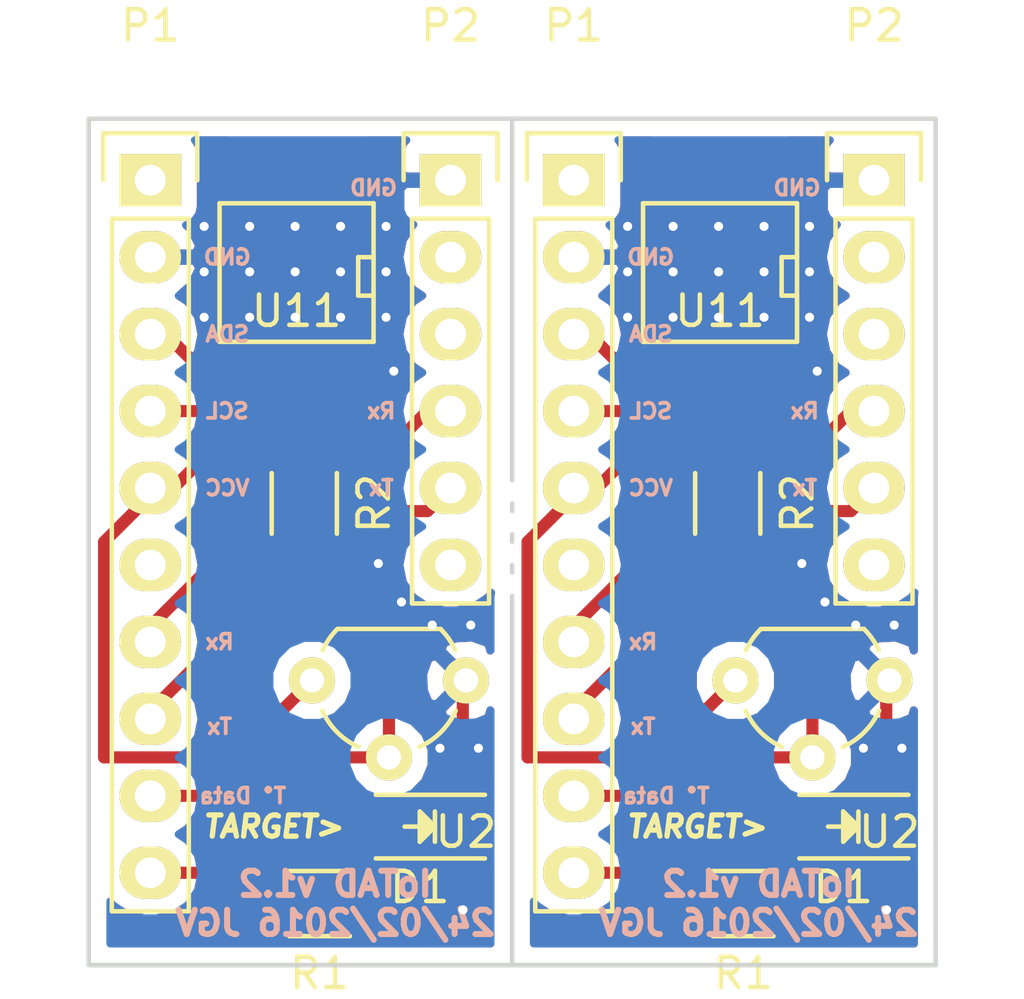
<source format=kicad_pcb>
(kicad_pcb (version 4) (host pcbnew 4.0.1+dfsg1-stable)

  (general
    (links 52)
    (no_connects 14)
    (area 134.083667 97.407 168.501095 131.229)
    (thickness 1.6)
    (drawings 33)
    (tracks 78)
    (zones 0)
    (modules 60)
    (nets 15)
  )

  (page A4)
  (layers
    (0 F.Cu signal)
    (31 B.Cu signal)
    (32 B.Adhes user)
    (33 F.Adhes user)
    (34 B.Paste user)
    (35 F.Paste user)
    (36 B.SilkS user)
    (37 F.SilkS user)
    (38 B.Mask user)
    (39 F.Mask user)
    (40 Dwgs.User user)
    (41 Cmts.User user)
    (42 Eco1.User user)
    (43 Eco2.User user)
    (44 Edge.Cuts user)
    (45 Margin user)
    (46 B.CrtYd user)
    (47 F.CrtYd user)
    (48 B.Fab user)
    (49 F.Fab user)
  )

  (setup
    (last_trace_width 0.4)
    (trace_clearance 0.2)
    (zone_clearance 0.508)
    (zone_45_only no)
    (trace_min 0.2)
    (segment_width 0.2)
    (edge_width 0.15)
    (via_size 0.6)
    (via_drill 0.4)
    (via_min_size 0.4)
    (via_min_drill 0.3)
    (uvia_size 0.3)
    (uvia_drill 0.1)
    (uvias_allowed no)
    (uvia_min_size 0.2)
    (uvia_min_drill 0.1)
    (pcb_text_width 0.3)
    (pcb_text_size 1.5 1.5)
    (mod_edge_width 0.15)
    (mod_text_size 1 1)
    (mod_text_width 0.15)
    (pad_size 1.524 1.524)
    (pad_drill 0.762)
    (pad_to_mask_clearance 0.2)
    (aux_axis_origin 0 0)
    (visible_elements FFFFFF7F)
    (pcbplotparams
      (layerselection 0x010f0_80000001)
      (usegerberextensions false)
      (usegerberattributes true)
      (excludeedgelayer false)
      (linewidth 0.100000)
      (plotframeref false)
      (viasonmask false)
      (mode 1)
      (useauxorigin false)
      (hpglpennumber 1)
      (hpglpenspeed 20)
      (hpglpendiameter 15)
      (hpglpenoverlay 2)
      (psnegative false)
      (psa4output false)
      (plotreference false)
      (plotvalue false)
      (plotinvisibletext false)
      (padsonsilk false)
      (subtractmaskfromsilk true)
      (outputformat 1)
      (mirror false)
      (drillshape 0)
      (scaleselection 1)
      (outputdirectory ""))
  )

  (net 0 "")
  (net 1 DATA)
  (net 2 TX)
  (net 3 RX)
  (net 4 VCC)
  (net 5 SCL)
  (net 6 SDA)
  (net 7 "Net-(P2-Pad2)")
  (net 8 "Net-(P2-Pad3)")
  (net 9 "Net-(P2-Pad6)")
  (net 10 "Net-(D1-Pad2)")
  (net 11 GND)
  (net 12 5v)
  (net 13 "Net-(P1-Pad6)")
  (net 14 "Net-(P1-Pad10)")

  (net_class Default "This is the default net class."
    (clearance 0.2)
    (trace_width 0.4)
    (via_dia 0.6)
    (via_drill 0.4)
    (uvia_dia 0.3)
    (uvia_drill 0.1)
    (add_net 5v)
    (add_net DATA)
    (add_net GND)
    (add_net "Net-(D1-Pad2)")
    (add_net "Net-(P1-Pad10)")
    (add_net "Net-(P1-Pad6)")
    (add_net "Net-(P2-Pad2)")
    (add_net "Net-(P2-Pad3)")
    (add_net "Net-(P2-Pad6)")
    (add_net RX)
    (add_net SCL)
    (add_net SDA)
    (add_net TX)
    (add_net VCC)
  )

  (module via-0:VIA-0.6mm (layer F.Cu) (tedit 56CE1012) (tstamp 56CE27C5)
    (at 154.94 105.156)
    (fp_text reference REF**1111 (at 0 2.54) (layer F.SilkS) hide
      (effects (font (size 1 1) (thickness 0.15)))
    )
    (fp_text value VIA-0.6mm (at 0 -2.54) (layer F.Fab) hide
      (effects (font (size 1 1) (thickness 0.15)))
    )
    (pad 1 thru_hole circle (at 0 0) (size 0.6 0.6) (drill 0.3) (layers *.Cu)
      (zone_connect 2))
  )

  (module TO_SOT_Packages_THT:TO-92_Molded_Wide (layer F.Cu) (tedit 54F243CD) (tstamp 56CE27B6)
    (at 163.576 120.142 180)
    (descr "TO-92 leads molded, wide, drill 0.8mm (see NXP sot054_po.pdf)")
    (tags "to-92 sc-43 sc-43a sot54 PA33 transistor")
    (path /56B77B21)
    (fp_text reference U2 (at 0 -5 360) (layer F.SilkS)
      (effects (font (size 1 1) (thickness 0.15)))
    )
    (fp_text value MAX31820 (at 0 3 180) (layer F.Fab)
      (effects (font (size 1 1) (thickness 0.15)))
    )
    (fp_arc (start 2.54 0) (end 0.34 -1) (angle 41.11209044) (layer F.SilkS) (width 0.15))
    (fp_arc (start 2.54 0) (end 4.74 -1) (angle -41.11210221) (layer F.SilkS) (width 0.15))
    (fp_arc (start 2.54 0) (end 0.84 1.7) (angle 20.5) (layer F.SilkS) (width 0.15))
    (fp_arc (start 2.54 0) (end 4.24 1.7) (angle -20.5) (layer F.SilkS) (width 0.15))
    (fp_line (start -1 1.95) (end -1 -3.55) (layer F.CrtYd) (width 0.05))
    (fp_line (start -1 1.95) (end 6.1 1.95) (layer F.CrtYd) (width 0.05))
    (fp_line (start 0.84 1.7) (end 4.24 1.7) (layer F.SilkS) (width 0.15))
    (fp_line (start -1 -3.55) (end 6.1 -3.55) (layer F.CrtYd) (width 0.05))
    (fp_line (start 6.1 1.95) (end 6.1 -3.55) (layer F.CrtYd) (width 0.05))
    (pad 2 thru_hole circle (at 2.54 -2.54 270) (size 1.524 1.524) (drill 0.8) (layers *.Cu *.Mask F.SilkS)
      (net 1 DATA))
    (pad 3 thru_hole circle (at 5.08 0 270) (size 1.524 1.524) (drill 0.8) (layers *.Cu *.Mask F.SilkS)
      (net 4 VCC))
    (pad 1 thru_hole circle (at 0 0 270) (size 1.524 1.524) (drill 0.8) (layers *.Cu *.Mask F.SilkS)
      (net 11 GND))
    (model TO_SOT_Packages_THT.3dshapes/TO-92_Molded_Wide.wrl
      (at (xyz 0.1 0 0))
      (scale (xyz 1 1 1))
      (rotate (xyz 0 0 -90))
    )
  )

  (module SMD_Packages:SOIC-8-N (layer F.Cu) (tedit 0) (tstamp 56CE27A4)
    (at 157.988 106.68 180)
    (descr "Module Narrow CMS SOJ 8 pins large")
    (tags "CMS SOJ")
    (path /56B5F31C)
    (attr smd)
    (fp_text reference U11 (at 0 -1.27 180) (layer F.SilkS)
      (effects (font (size 1 1) (thickness 0.15)))
    )
    (fp_text value 24C16 (at 0 1.27 180) (layer F.Fab)
      (effects (font (size 1 1) (thickness 0.15)))
    )
    (fp_line (start -2.54 -2.286) (end 2.54 -2.286) (layer F.SilkS) (width 0.15))
    (fp_line (start 2.54 -2.286) (end 2.54 2.286) (layer F.SilkS) (width 0.15))
    (fp_line (start 2.54 2.286) (end -2.54 2.286) (layer F.SilkS) (width 0.15))
    (fp_line (start -2.54 2.286) (end -2.54 -2.286) (layer F.SilkS) (width 0.15))
    (fp_line (start -2.54 -0.762) (end -2.032 -0.762) (layer F.SilkS) (width 0.15))
    (fp_line (start -2.032 -0.762) (end -2.032 0.508) (layer F.SilkS) (width 0.15))
    (fp_line (start -2.032 0.508) (end -2.54 0.508) (layer F.SilkS) (width 0.15))
    (pad 8 smd rect (at -1.905 -3.175 180) (size 0.508 1.143) (layers F.Cu F.Paste F.Mask)
      (net 4 VCC))
    (pad 7 smd rect (at -0.635 -3.175 180) (size 0.508 1.143) (layers F.Cu F.Paste F.Mask)
      (net 11 GND))
    (pad 6 smd rect (at 0.635 -3.175 180) (size 0.508 1.143) (layers F.Cu F.Paste F.Mask)
      (net 5 SCL))
    (pad 5 smd rect (at 1.905 -3.175 180) (size 0.508 1.143) (layers F.Cu F.Paste F.Mask)
      (net 6 SDA))
    (pad 4 smd rect (at 1.905 3.175 180) (size 0.508 1.143) (layers F.Cu F.Paste F.Mask)
      (net 11 GND))
    (pad 3 smd rect (at 0.635 3.175 180) (size 0.508 1.143) (layers F.Cu F.Paste F.Mask)
      (net 11 GND))
    (pad 2 smd rect (at -0.635 3.175 180) (size 0.508 1.143) (layers F.Cu F.Paste F.Mask)
      (net 11 GND))
    (pad 1 smd rect (at -1.905 3.175 180) (size 0.508 1.143) (layers F.Cu F.Paste F.Mask)
      (net 11 GND))
    (model SMD_Packages.3dshapes/SOIC-8-N.wrl
      (at (xyz 0 0 0))
      (scale (xyz 0.5 0.38 0.5))
      (rotate (xyz 0 0 0))
    )
  )

  (module Resistors_SMD:R_1206_HandSoldering (layer F.Cu) (tedit 56CE16D9) (tstamp 56CE2799)
    (at 158.242 114.3 270)
    (descr "Resistor SMD 1206, hand soldering")
    (tags "resistor 1206")
    (path /56B77C45)
    (attr smd)
    (fp_text reference R2 (at 0 -2.3 270) (layer F.SilkS)
      (effects (font (size 1 1) (thickness 0.15)))
    )
    (fp_text value 4.8k (at 0 2.3 270) (layer F.Fab)
      (effects (font (size 1 1) (thickness 0.15)))
    )
    (fp_line (start -3.3 -1.2) (end 3.3 -1.2) (layer F.CrtYd) (width 0.05))
    (fp_line (start -3.3 1.2) (end 3.3 1.2) (layer F.CrtYd) (width 0.05))
    (fp_line (start -3.3 -1.2) (end -3.3 1.2) (layer F.CrtYd) (width 0.05))
    (fp_line (start 3.3 -1.2) (end 3.3 1.2) (layer F.CrtYd) (width 0.05))
    (fp_line (start 1 1.075) (end -1 1.075) (layer F.SilkS) (width 0.15))
    (fp_line (start -1 -1.075) (end 1 -1.075) (layer F.SilkS) (width 0.15))
    (pad 1 smd rect (at -2 0 270) (size 2 1.7) (layers F.Cu F.Paste F.Mask)
      (net 4 VCC))
    (pad 2 smd rect (at 2 0 270) (size 2 1.7) (layers F.Cu F.Paste F.Mask)
      (net 1 DATA))
    (model Resistors_SMD.3dshapes/R_1206_HandSoldering.wrl
      (at (xyz 0 0 0))
      (scale (xyz 1 1 1))
      (rotate (xyz 0 0 0))
    )
  )

  (module Resistors_SMD:R_1206_HandSoldering (layer F.Cu) (tedit 5418A20D) (tstamp 56CE278E)
    (at 158.75 127.508 180)
    (descr "Resistor SMD 1206, hand soldering")
    (tags "resistor 1206")
    (path /56CE09D6)
    (attr smd)
    (fp_text reference R1 (at 0 -2.3 180) (layer F.SilkS)
      (effects (font (size 1 1) (thickness 0.15)))
    )
    (fp_text value R (at 0 2.3 180) (layer F.Fab)
      (effects (font (size 1 1) (thickness 0.15)))
    )
    (fp_line (start -3.3 -1.2) (end 3.3 -1.2) (layer F.CrtYd) (width 0.05))
    (fp_line (start -3.3 1.2) (end 3.3 1.2) (layer F.CrtYd) (width 0.05))
    (fp_line (start -3.3 -1.2) (end -3.3 1.2) (layer F.CrtYd) (width 0.05))
    (fp_line (start 3.3 -1.2) (end 3.3 1.2) (layer F.CrtYd) (width 0.05))
    (fp_line (start 1 1.075) (end -1 1.075) (layer F.SilkS) (width 0.15))
    (fp_line (start -1 -1.075) (end 1 -1.075) (layer F.SilkS) (width 0.15))
    (pad 1 smd rect (at -2 0 180) (size 2 1.7) (layers F.Cu F.Paste F.Mask)
      (net 10 "Net-(D1-Pad2)"))
    (pad 2 smd rect (at 2 0 180) (size 2 1.7) (layers F.Cu F.Paste F.Mask)
      (net 14 "Net-(P1-Pad10)"))
    (model Resistors_SMD.3dshapes/R_1206_HandSoldering.wrl
      (at (xyz 0 0 0))
      (scale (xyz 1 1 1))
      (rotate (xyz 0 0 0))
    )
  )

  (module Pin_Headers:Pin_Header_Straight_1x06 (layer F.Cu) (tedit 0) (tstamp 56CE277A)
    (at 163.068 103.632)
    (descr "Through hole pin header")
    (tags "pin header")
    (path /56B77BCA)
    (fp_text reference P2 (at 0 -5.1) (layer F.SilkS)
      (effects (font (size 1 1) (thickness 0.15)))
    )
    (fp_text value CONN_01X06 (at 0 -3.1) (layer F.Fab)
      (effects (font (size 1 1) (thickness 0.15)))
    )
    (fp_line (start -1.75 -1.75) (end -1.75 14.45) (layer F.CrtYd) (width 0.05))
    (fp_line (start 1.75 -1.75) (end 1.75 14.45) (layer F.CrtYd) (width 0.05))
    (fp_line (start -1.75 -1.75) (end 1.75 -1.75) (layer F.CrtYd) (width 0.05))
    (fp_line (start -1.75 14.45) (end 1.75 14.45) (layer F.CrtYd) (width 0.05))
    (fp_line (start 1.27 1.27) (end 1.27 13.97) (layer F.SilkS) (width 0.15))
    (fp_line (start 1.27 13.97) (end -1.27 13.97) (layer F.SilkS) (width 0.15))
    (fp_line (start -1.27 13.97) (end -1.27 1.27) (layer F.SilkS) (width 0.15))
    (fp_line (start 1.55 -1.55) (end 1.55 0) (layer F.SilkS) (width 0.15))
    (fp_line (start 1.27 1.27) (end -1.27 1.27) (layer F.SilkS) (width 0.15))
    (fp_line (start -1.55 0) (end -1.55 -1.55) (layer F.SilkS) (width 0.15))
    (fp_line (start -1.55 -1.55) (end 1.55 -1.55) (layer F.SilkS) (width 0.15))
    (pad 1 thru_hole rect (at 0 0) (size 2.032 1.7272) (drill 1.016) (layers *.Cu *.Mask F.SilkS)
      (net 11 GND))
    (pad 2 thru_hole oval (at 0 2.54) (size 2.032 1.7272) (drill 1.016) (layers *.Cu *.Mask F.SilkS)
      (net 7 "Net-(P2-Pad2)"))
    (pad 3 thru_hole oval (at 0 5.08) (size 2.032 1.7272) (drill 1.016) (layers *.Cu *.Mask F.SilkS)
      (net 8 "Net-(P2-Pad3)"))
    (pad 4 thru_hole oval (at 0 7.62) (size 2.032 1.7272) (drill 1.016) (layers *.Cu *.Mask F.SilkS)
      (net 3 RX))
    (pad 5 thru_hole oval (at 0 10.16) (size 2.032 1.7272) (drill 1.016) (layers *.Cu *.Mask F.SilkS)
      (net 2 TX))
    (pad 6 thru_hole oval (at 0 12.7) (size 2.032 1.7272) (drill 1.016) (layers *.Cu *.Mask F.SilkS)
      (net 9 "Net-(P2-Pad6)"))
    (model Pin_Headers.3dshapes/Pin_Header_Straight_1x06.wrl
      (at (xyz 0 -0.25 0))
      (scale (xyz 1 1 1))
      (rotate (xyz 0 0 90))
    )
  )

  (module Pin_Headers:Pin_Header_Straight_1x10 (layer F.Cu) (tedit 0) (tstamp 56CE2762)
    (at 153.162 103.632)
    (descr "Through hole pin header")
    (tags "pin header")
    (path /56CE078F)
    (fp_text reference P1 (at 0 -5.1) (layer F.SilkS)
      (effects (font (size 1 1) (thickness 0.15)))
    )
    (fp_text value CONN_01X10 (at 0 -3.1) (layer F.Fab)
      (effects (font (size 1 1) (thickness 0.15)))
    )
    (fp_line (start -1.75 -1.75) (end -1.75 24.65) (layer F.CrtYd) (width 0.05))
    (fp_line (start 1.75 -1.75) (end 1.75 24.65) (layer F.CrtYd) (width 0.05))
    (fp_line (start -1.75 -1.75) (end 1.75 -1.75) (layer F.CrtYd) (width 0.05))
    (fp_line (start -1.75 24.65) (end 1.75 24.65) (layer F.CrtYd) (width 0.05))
    (fp_line (start 1.27 1.27) (end 1.27 24.13) (layer F.SilkS) (width 0.15))
    (fp_line (start 1.27 24.13) (end -1.27 24.13) (layer F.SilkS) (width 0.15))
    (fp_line (start -1.27 24.13) (end -1.27 1.27) (layer F.SilkS) (width 0.15))
    (fp_line (start 1.55 -1.55) (end 1.55 0) (layer F.SilkS) (width 0.15))
    (fp_line (start 1.27 1.27) (end -1.27 1.27) (layer F.SilkS) (width 0.15))
    (fp_line (start -1.55 0) (end -1.55 -1.55) (layer F.SilkS) (width 0.15))
    (fp_line (start -1.55 -1.55) (end 1.55 -1.55) (layer F.SilkS) (width 0.15))
    (pad 1 thru_hole rect (at 0 0) (size 2.032 1.7272) (drill 1.016) (layers *.Cu *.Mask F.SilkS)
      (net 12 5v))
    (pad 2 thru_hole oval (at 0 2.54) (size 2.032 1.7272) (drill 1.016) (layers *.Cu *.Mask F.SilkS)
      (net 11 GND))
    (pad 3 thru_hole oval (at 0 5.08) (size 2.032 1.7272) (drill 1.016) (layers *.Cu *.Mask F.SilkS)
      (net 6 SDA))
    (pad 4 thru_hole oval (at 0 7.62) (size 2.032 1.7272) (drill 1.016) (layers *.Cu *.Mask F.SilkS)
      (net 5 SCL))
    (pad 5 thru_hole oval (at 0 10.16) (size 2.032 1.7272) (drill 1.016) (layers *.Cu *.Mask F.SilkS)
      (net 4 VCC))
    (pad 6 thru_hole oval (at 0 12.7) (size 2.032 1.7272) (drill 1.016) (layers *.Cu *.Mask F.SilkS)
      (net 13 "Net-(P1-Pad6)"))
    (pad 7 thru_hole oval (at 0 15.24) (size 2.032 1.7272) (drill 1.016) (layers *.Cu *.Mask F.SilkS)
      (net 3 RX))
    (pad 8 thru_hole oval (at 0 17.78) (size 2.032 1.7272) (drill 1.016) (layers *.Cu *.Mask F.SilkS)
      (net 2 TX))
    (pad 9 thru_hole oval (at 0 20.32) (size 2.032 1.7272) (drill 1.016) (layers *.Cu *.Mask F.SilkS)
      (net 1 DATA))
    (pad 10 thru_hole oval (at 0 22.86) (size 2.032 1.7272) (drill 1.016) (layers *.Cu *.Mask F.SilkS)
      (net 14 "Net-(P1-Pad10)"))
    (model Pin_Headers.3dshapes/Pin_Header_Straight_1x10.wrl
      (at (xyz 0 -0.45 0))
      (scale (xyz 1 1 1))
      (rotate (xyz 0 0 90))
    )
  )

  (module LEDs:LED_1206 (layer F.Cu) (tedit 55BDE2E8) (tstamp 56CE274D)
    (at 162.052 124.968 180)
    (descr "LED 1206 smd package")
    (tags "LED1206 SMD")
    (path /56CE0997)
    (attr smd)
    (fp_text reference D1 (at 0 -2 180) (layer F.SilkS)
      (effects (font (size 1 1) (thickness 0.15)))
    )
    (fp_text value LED (at 0 2 180) (layer F.Fab)
      (effects (font (size 1 1) (thickness 0.15)))
    )
    (fp_line (start -2.15 1.05) (end 1.45 1.05) (layer F.SilkS) (width 0.15))
    (fp_line (start -2.15 -1.05) (end 1.45 -1.05) (layer F.SilkS) (width 0.15))
    (fp_line (start -0.1 -0.3) (end -0.1 0.3) (layer F.SilkS) (width 0.15))
    (fp_line (start -0.1 0.3) (end -0.4 0) (layer F.SilkS) (width 0.15))
    (fp_line (start -0.4 0) (end -0.2 -0.2) (layer F.SilkS) (width 0.15))
    (fp_line (start -0.2 -0.2) (end -0.2 0.05) (layer F.SilkS) (width 0.15))
    (fp_line (start -0.2 0.05) (end -0.25 0) (layer F.SilkS) (width 0.15))
    (fp_line (start -0.5 -0.5) (end -0.5 0.5) (layer F.SilkS) (width 0.15))
    (fp_line (start 0 0) (end 0.5 0) (layer F.SilkS) (width 0.15))
    (fp_line (start -0.5 0) (end 0 -0.5) (layer F.SilkS) (width 0.15))
    (fp_line (start 0 -0.5) (end 0 0.5) (layer F.SilkS) (width 0.15))
    (fp_line (start 0 0.5) (end -0.5 0) (layer F.SilkS) (width 0.15))
    (fp_line (start 2.5 -1.25) (end -2.5 -1.25) (layer F.CrtYd) (width 0.05))
    (fp_line (start -2.5 -1.25) (end -2.5 1.25) (layer F.CrtYd) (width 0.05))
    (fp_line (start -2.5 1.25) (end 2.5 1.25) (layer F.CrtYd) (width 0.05))
    (fp_line (start 2.5 1.25) (end 2.5 -1.25) (layer F.CrtYd) (width 0.05))
    (pad 2 smd rect (at 1.41986 0) (size 1.59766 1.80086) (layers F.Cu F.Paste F.Mask)
      (net 10 "Net-(D1-Pad2)"))
    (pad 1 smd rect (at -1.41986 0) (size 1.59766 1.80086) (layers F.Cu F.Paste F.Mask)
      (net 11 GND))
    (model LEDs.3dshapes/LED_1206.wrl
      (at (xyz 0 0 0))
      (scale (xyz 1 1 1))
      (rotate (xyz 0 0 180))
    )
  )

  (module via-0:VIA-0.6mm (layer F.Cu) (tedit 56CE1012) (tstamp 56CE2749)
    (at 156.44 105.156)
    (fp_text reference REF**1121 (at 0 2.54) (layer F.SilkS) hide
      (effects (font (size 1 1) (thickness 0.15)))
    )
    (fp_text value VIA-0.6mm (at 0 -2.54) (layer F.Fab) hide
      (effects (font (size 1 1) (thickness 0.15)))
    )
    (pad 1 thru_hole circle (at 0 0) (size 0.6 0.6) (drill 0.3) (layers *.Cu)
      (zone_connect 2))
  )

  (module via-0:VIA-0.6mm (layer F.Cu) (tedit 56CE1012) (tstamp 56CE2745)
    (at 157.94 105.156)
    (fp_text reference REF**1131 (at 0 2.54) (layer F.SilkS) hide
      (effects (font (size 1 1) (thickness 0.15)))
    )
    (fp_text value VIA-0.6mm (at 0 -2.54) (layer F.Fab) hide
      (effects (font (size 1 1) (thickness 0.15)))
    )
    (pad 1 thru_hole circle (at 0 0) (size 0.6 0.6) (drill 0.3) (layers *.Cu)
      (zone_connect 2))
  )

  (module via-0:VIA-0.6mm (layer F.Cu) (tedit 56CE1012) (tstamp 56CE2741)
    (at 159.44 105.156)
    (fp_text reference REF**1141 (at 0 2.54) (layer F.SilkS) hide
      (effects (font (size 1 1) (thickness 0.15)))
    )
    (fp_text value VIA-0.6mm (at 0 -2.54) (layer F.Fab) hide
      (effects (font (size 1 1) (thickness 0.15)))
    )
    (pad 1 thru_hole circle (at 0 0) (size 0.6 0.6) (drill 0.3) (layers *.Cu)
      (zone_connect 2))
  )

  (module via-0:VIA-0.6mm (layer F.Cu) (tedit 56CE1012) (tstamp 56CE273D)
    (at 160.94 105.156)
    (fp_text reference REF**1151 (at 0 2.54) (layer F.SilkS) hide
      (effects (font (size 1 1) (thickness 0.15)))
    )
    (fp_text value VIA-0.6mm (at 0 -2.54) (layer F.Fab) hide
      (effects (font (size 1 1) (thickness 0.15)))
    )
    (pad 1 thru_hole circle (at 0 0) (size 0.6 0.6) (drill 0.3) (layers *.Cu)
      (zone_connect 2))
  )

  (module via-0:VIA-0.6mm (layer F.Cu) (tedit 56CE1012) (tstamp 56CE2739)
    (at 154.94 106.656)
    (fp_text reference REF**1112 (at 0 2.54) (layer F.SilkS) hide
      (effects (font (size 1 1) (thickness 0.15)))
    )
    (fp_text value VIA-0.6mm (at 0 -2.54) (layer F.Fab) hide
      (effects (font (size 1 1) (thickness 0.15)))
    )
    (pad 1 thru_hole circle (at 0 0) (size 0.6 0.6) (drill 0.3) (layers *.Cu)
      (zone_connect 2))
  )

  (module via-0:VIA-0.6mm (layer F.Cu) (tedit 56CE1012) (tstamp 56CE2735)
    (at 156.44 106.656)
    (fp_text reference REF**1122 (at 0 2.54) (layer F.SilkS) hide
      (effects (font (size 1 1) (thickness 0.15)))
    )
    (fp_text value VIA-0.6mm (at 0 -2.54) (layer F.Fab) hide
      (effects (font (size 1 1) (thickness 0.15)))
    )
    (pad 1 thru_hole circle (at 0 0) (size 0.6 0.6) (drill 0.3) (layers *.Cu)
      (zone_connect 2))
  )

  (module via-0:VIA-0.6mm (layer F.Cu) (tedit 56CE1012) (tstamp 56CE2731)
    (at 157.94 106.656)
    (fp_text reference REF**1132 (at 0 2.54) (layer F.SilkS) hide
      (effects (font (size 1 1) (thickness 0.15)))
    )
    (fp_text value VIA-0.6mm (at 0 -2.54) (layer F.Fab) hide
      (effects (font (size 1 1) (thickness 0.15)))
    )
    (pad 1 thru_hole circle (at 0 0) (size 0.6 0.6) (drill 0.3) (layers *.Cu)
      (zone_connect 2))
  )

  (module via-0:VIA-0.6mm (layer F.Cu) (tedit 56CE1012) (tstamp 56CE272D)
    (at 159.44 106.656)
    (fp_text reference REF**1142 (at 0 2.54) (layer F.SilkS) hide
      (effects (font (size 1 1) (thickness 0.15)))
    )
    (fp_text value VIA-0.6mm (at 0 -2.54) (layer F.Fab) hide
      (effects (font (size 1 1) (thickness 0.15)))
    )
    (pad 1 thru_hole circle (at 0 0) (size 0.6 0.6) (drill 0.3) (layers *.Cu)
      (zone_connect 2))
  )

  (module via-0:VIA-0.6mm (layer F.Cu) (tedit 56CE1012) (tstamp 56CE2729)
    (at 160.94 106.656)
    (fp_text reference REF**1152 (at 0 2.54) (layer F.SilkS) hide
      (effects (font (size 1 1) (thickness 0.15)))
    )
    (fp_text value VIA-0.6mm (at 0 -2.54) (layer F.Fab) hide
      (effects (font (size 1 1) (thickness 0.15)))
    )
    (pad 1 thru_hole circle (at 0 0) (size 0.6 0.6) (drill 0.3) (layers *.Cu)
      (zone_connect 2))
  )

  (module via-0:VIA-0.6mm (layer F.Cu) (tedit 56CE1012) (tstamp 56CE2725)
    (at 154.94 108.156)
    (fp_text reference REF**1113 (at 0 2.54) (layer F.SilkS) hide
      (effects (font (size 1 1) (thickness 0.15)))
    )
    (fp_text value VIA-0.6mm (at 0 -2.54) (layer F.Fab) hide
      (effects (font (size 1 1) (thickness 0.15)))
    )
    (pad 1 thru_hole circle (at 0 0) (size 0.6 0.6) (drill 0.3) (layers *.Cu)
      (zone_connect 2))
  )

  (module via-0:VIA-0.6mm (layer F.Cu) (tedit 56CE1012) (tstamp 56CE2721)
    (at 156.44 108.156)
    (fp_text reference REF**1123 (at 0 2.54) (layer F.SilkS) hide
      (effects (font (size 1 1) (thickness 0.15)))
    )
    (fp_text value VIA-0.6mm (at 0 -2.54) (layer F.Fab) hide
      (effects (font (size 1 1) (thickness 0.15)))
    )
    (pad 1 thru_hole circle (at 0 0) (size 0.6 0.6) (drill 0.3) (layers *.Cu)
      (zone_connect 2))
  )

  (module via-0:VIA-0.6mm (layer F.Cu) (tedit 56CE1012) (tstamp 56CE271D)
    (at 157.94 108.156)
    (fp_text reference REF**1133 (at 0 2.54) (layer F.SilkS) hide
      (effects (font (size 1 1) (thickness 0.15)))
    )
    (fp_text value VIA-0.6mm (at 0 -2.54) (layer F.Fab) hide
      (effects (font (size 1 1) (thickness 0.15)))
    )
    (pad 1 thru_hole circle (at 0 0) (size 0.6 0.6) (drill 0.3) (layers *.Cu)
      (zone_connect 2))
  )

  (module via-0:VIA-0.6mm (layer F.Cu) (tedit 56CE1012) (tstamp 56CE2719)
    (at 159.44 108.156)
    (fp_text reference REF**1143 (at 0 2.54) (layer F.SilkS) hide
      (effects (font (size 1 1) (thickness 0.15)))
    )
    (fp_text value VIA-0.6mm (at 0 -2.54) (layer F.Fab) hide
      (effects (font (size 1 1) (thickness 0.15)))
    )
    (pad 1 thru_hole circle (at 0 0) (size 0.6 0.6) (drill 0.3) (layers *.Cu)
      (zone_connect 2))
  )

  (module via-0:VIA-0.6mm (layer F.Cu) (tedit 56CE1012) (tstamp 56CE2715)
    (at 160.94 108.156)
    (fp_text reference REF**1153 (at 0 2.54) (layer F.SilkS) hide
      (effects (font (size 1 1) (thickness 0.15)))
    )
    (fp_text value VIA-0.6mm (at 0 -2.54) (layer F.Fab) hide
      (effects (font (size 1 1) (thickness 0.15)))
    )
    (pad 1 thru_hole circle (at 0 0) (size 0.6 0.6) (drill 0.3) (layers *.Cu)
      (zone_connect 2))
  )

  (module via-0:VIA-0.6mm (layer F.Cu) (tedit 56CE1012) (tstamp 56CE2711)
    (at 161.194 109.934)
    (fp_text reference REF**1153 (at 0 2.54) (layer F.SilkS) hide
      (effects (font (size 1 1) (thickness 0.15)))
    )
    (fp_text value VIA-0.6mm (at 0 -2.54) (layer F.Fab) hide
      (effects (font (size 1 1) (thickness 0.15)))
    )
    (pad 1 thru_hole circle (at 0 0) (size 0.6 0.6) (drill 0.3) (layers *.Cu)
      (zone_connect 2))
  )

  (module via-0:VIA-0.6mm (layer F.Cu) (tedit 56CE1012) (tstamp 56CE270D)
    (at 160.686 116.284)
    (fp_text reference REF**1153 (at 0 2.54) (layer F.SilkS) hide
      (effects (font (size 1 1) (thickness 0.15)))
    )
    (fp_text value VIA-0.6mm (at 0 -2.54) (layer F.Fab) hide
      (effects (font (size 1 1) (thickness 0.15)))
    )
    (pad 1 thru_hole circle (at 0 0) (size 0.6 0.6) (drill 0.3) (layers *.Cu)
      (zone_connect 2))
  )

  (module via-0:VIA-0.6mm (layer F.Cu) (tedit 56CE1012) (tstamp 56CE2709)
    (at 161.448 117.554)
    (fp_text reference REF**1153 (at 0 2.54) (layer F.SilkS) hide
      (effects (font (size 1 1) (thickness 0.15)))
    )
    (fp_text value VIA-0.6mm (at 0 -2.54) (layer F.Fab) hide
      (effects (font (size 1 1) (thickness 0.15)))
    )
    (pad 1 thru_hole circle (at 0 0) (size 0.6 0.6) (drill 0.3) (layers *.Cu)
      (zone_connect 2))
  )

  (module via-0:VIA-0.6mm (layer F.Cu) (tedit 56CE1012) (tstamp 56CE2705)
    (at 163.734 118.316)
    (fp_text reference REF**1153 (at 0 2.54) (layer F.SilkS) hide
      (effects (font (size 1 1) (thickness 0.15)))
    )
    (fp_text value VIA-0.6mm (at 0 -2.54) (layer F.Fab) hide
      (effects (font (size 1 1) (thickness 0.15)))
    )
    (pad 1 thru_hole circle (at 0 0) (size 0.6 0.6) (drill 0.3) (layers *.Cu)
      (zone_connect 2))
  )

  (module via-0:VIA-0.6mm (layer F.Cu) (tedit 56CE1012) (tstamp 56CE2701)
    (at 162.464 118.316)
    (fp_text reference REF**1153 (at 0 2.54) (layer F.SilkS) hide
      (effects (font (size 1 1) (thickness 0.15)))
    )
    (fp_text value VIA-0.6mm (at 0 -2.54) (layer F.Fab) hide
      (effects (font (size 1 1) (thickness 0.15)))
    )
    (pad 1 thru_hole circle (at 0 0) (size 0.6 0.6) (drill 0.3) (layers *.Cu)
      (zone_connect 2))
  )

  (module via-0:VIA-0.6mm (layer F.Cu) (tedit 56CE1012) (tstamp 56CE26FD)
    (at 163.988 122.38)
    (fp_text reference REF**1153 (at 0 2.54) (layer F.SilkS) hide
      (effects (font (size 1 1) (thickness 0.15)))
    )
    (fp_text value VIA-0.6mm (at 0 -2.54) (layer F.Fab) hide
      (effects (font (size 1 1) (thickness 0.15)))
    )
    (pad 1 thru_hole circle (at 0 0) (size 0.6 0.6) (drill 0.3) (layers *.Cu)
      (zone_connect 2))
  )

  (module via-0:VIA-0.6mm (layer F.Cu) (tedit 56CE1012) (tstamp 56CE26F9)
    (at 162.718 122.38)
    (fp_text reference REF**1153 (at 0 2.54) (layer F.SilkS) hide
      (effects (font (size 1 1) (thickness 0.15)))
    )
    (fp_text value VIA-0.6mm (at 0 -2.54) (layer F.Fab) hide
      (effects (font (size 1 1) (thickness 0.15)))
    )
    (pad 1 thru_hole circle (at 0 0) (size 0.6 0.6) (drill 0.3) (layers *.Cu)
      (zone_connect 2))
  )

  (module via-0:VIA-0.6mm (layer F.Cu) (tedit 56CE1012) (tstamp 56CE26F5)
    (at 163.48 127.714)
    (fp_text reference REF**1153 (at 0 2.54) (layer F.SilkS) hide
      (effects (font (size 1 1) (thickness 0.15)))
    )
    (fp_text value VIA-0.6mm (at 0 -2.54) (layer F.Fab) hide
      (effects (font (size 1 1) (thickness 0.15)))
    )
    (pad 1 thru_hole circle (at 0 0) (size 0.6 0.6) (drill 0.3) (layers *.Cu)
      (zone_connect 2))
  )

  (module via-0:VIA-0.6mm (layer F.Cu) (tedit 56CE1012) (tstamp 56CE1328)
    (at 149.51 127.714)
    (fp_text reference REF**1153 (at 0 2.54) (layer F.SilkS) hide
      (effects (font (size 1 1) (thickness 0.15)))
    )
    (fp_text value VIA-0.6mm (at 0 -2.54) (layer F.Fab) hide
      (effects (font (size 1 1) (thickness 0.15)))
    )
    (pad 1 thru_hole circle (at 0 0) (size 0.6 0.6) (drill 0.3) (layers *.Cu)
      (zone_connect 2))
  )

  (module via-0:VIA-0.6mm (layer F.Cu) (tedit 56CE1012) (tstamp 56CE1323)
    (at 148.748 122.38)
    (fp_text reference REF**1153 (at 0 2.54) (layer F.SilkS) hide
      (effects (font (size 1 1) (thickness 0.15)))
    )
    (fp_text value VIA-0.6mm (at 0 -2.54) (layer F.Fab) hide
      (effects (font (size 1 1) (thickness 0.15)))
    )
    (pad 1 thru_hole circle (at 0 0) (size 0.6 0.6) (drill 0.3) (layers *.Cu)
      (zone_connect 2))
  )

  (module via-0:VIA-0.6mm (layer F.Cu) (tedit 56CE1012) (tstamp 56CE131E)
    (at 150.018 122.38)
    (fp_text reference REF**1153 (at 0 2.54) (layer F.SilkS) hide
      (effects (font (size 1 1) (thickness 0.15)))
    )
    (fp_text value VIA-0.6mm (at 0 -2.54) (layer F.Fab) hide
      (effects (font (size 1 1) (thickness 0.15)))
    )
    (pad 1 thru_hole circle (at 0 0) (size 0.6 0.6) (drill 0.3) (layers *.Cu)
      (zone_connect 2))
  )

  (module via-0:VIA-0.6mm (layer F.Cu) (tedit 56CE1012) (tstamp 56CE1318)
    (at 148.494 118.316)
    (fp_text reference REF**1153 (at 0 2.54) (layer F.SilkS) hide
      (effects (font (size 1 1) (thickness 0.15)))
    )
    (fp_text value VIA-0.6mm (at 0 -2.54) (layer F.Fab) hide
      (effects (font (size 1 1) (thickness 0.15)))
    )
    (pad 1 thru_hole circle (at 0 0) (size 0.6 0.6) (drill 0.3) (layers *.Cu)
      (zone_connect 2))
  )

  (module via-0:VIA-0.6mm (layer F.Cu) (tedit 56CE1012) (tstamp 56CE1311)
    (at 149.764 118.316)
    (fp_text reference REF**1153 (at 0 2.54) (layer F.SilkS) hide
      (effects (font (size 1 1) (thickness 0.15)))
    )
    (fp_text value VIA-0.6mm (at 0 -2.54) (layer F.Fab) hide
      (effects (font (size 1 1) (thickness 0.15)))
    )
    (pad 1 thru_hole circle (at 0 0) (size 0.6 0.6) (drill 0.3) (layers *.Cu)
      (zone_connect 2))
  )

  (module via-0:VIA-0.6mm (layer F.Cu) (tedit 56CE1012) (tstamp 56CE130C)
    (at 147.478 117.554)
    (fp_text reference REF**1153 (at 0 2.54) (layer F.SilkS) hide
      (effects (font (size 1 1) (thickness 0.15)))
    )
    (fp_text value VIA-0.6mm (at 0 -2.54) (layer F.Fab) hide
      (effects (font (size 1 1) (thickness 0.15)))
    )
    (pad 1 thru_hole circle (at 0 0) (size 0.6 0.6) (drill 0.3) (layers *.Cu)
      (zone_connect 2))
  )

  (module via-0:VIA-0.6mm (layer F.Cu) (tedit 56CE1012) (tstamp 56CE1307)
    (at 146.716 116.284)
    (fp_text reference REF**1153 (at 0 2.54) (layer F.SilkS) hide
      (effects (font (size 1 1) (thickness 0.15)))
    )
    (fp_text value VIA-0.6mm (at 0 -2.54) (layer F.Fab) hide
      (effects (font (size 1 1) (thickness 0.15)))
    )
    (pad 1 thru_hole circle (at 0 0) (size 0.6 0.6) (drill 0.3) (layers *.Cu)
      (zone_connect 2))
  )

  (module via-0:VIA-0.6mm (layer F.Cu) (tedit 56CE1012) (tstamp 56CE1302)
    (at 147.224 109.934)
    (fp_text reference REF**1153 (at 0 2.54) (layer F.SilkS) hide
      (effects (font (size 1 1) (thickness 0.15)))
    )
    (fp_text value VIA-0.6mm (at 0 -2.54) (layer F.Fab) hide
      (effects (font (size 1 1) (thickness 0.15)))
    )
    (pad 1 thru_hole circle (at 0 0) (size 0.6 0.6) (drill 0.3) (layers *.Cu)
      (zone_connect 2))
  )

  (module via-0:VIA-0.6mm (layer F.Cu) (tedit 56CE1012) (tstamp 56CE12FB)
    (at 146.97 108.156)
    (fp_text reference REF**1153 (at 0 2.54) (layer F.SilkS) hide
      (effects (font (size 1 1) (thickness 0.15)))
    )
    (fp_text value VIA-0.6mm (at 0 -2.54) (layer F.Fab) hide
      (effects (font (size 1 1) (thickness 0.15)))
    )
    (pad 1 thru_hole circle (at 0 0) (size 0.6 0.6) (drill 0.3) (layers *.Cu)
      (zone_connect 2))
  )

  (module via-0:VIA-0.6mm (layer F.Cu) (tedit 56CE1012) (tstamp 56CE12F7)
    (at 145.47 108.156)
    (fp_text reference REF**1143 (at 0 2.54) (layer F.SilkS) hide
      (effects (font (size 1 1) (thickness 0.15)))
    )
    (fp_text value VIA-0.6mm (at 0 -2.54) (layer F.Fab) hide
      (effects (font (size 1 1) (thickness 0.15)))
    )
    (pad 1 thru_hole circle (at 0 0) (size 0.6 0.6) (drill 0.3) (layers *.Cu)
      (zone_connect 2))
  )

  (module via-0:VIA-0.6mm (layer F.Cu) (tedit 56CE1012) (tstamp 56CE12F3)
    (at 143.97 108.156)
    (fp_text reference REF**1133 (at 0 2.54) (layer F.SilkS) hide
      (effects (font (size 1 1) (thickness 0.15)))
    )
    (fp_text value VIA-0.6mm (at 0 -2.54) (layer F.Fab) hide
      (effects (font (size 1 1) (thickness 0.15)))
    )
    (pad 1 thru_hole circle (at 0 0) (size 0.6 0.6) (drill 0.3) (layers *.Cu)
      (zone_connect 2))
  )

  (module via-0:VIA-0.6mm (layer F.Cu) (tedit 56CE1012) (tstamp 56CE12EF)
    (at 142.47 108.156)
    (fp_text reference REF**1123 (at 0 2.54) (layer F.SilkS) hide
      (effects (font (size 1 1) (thickness 0.15)))
    )
    (fp_text value VIA-0.6mm (at 0 -2.54) (layer F.Fab) hide
      (effects (font (size 1 1) (thickness 0.15)))
    )
    (pad 1 thru_hole circle (at 0 0) (size 0.6 0.6) (drill 0.3) (layers *.Cu)
      (zone_connect 2))
  )

  (module via-0:VIA-0.6mm (layer F.Cu) (tedit 56CE1012) (tstamp 56CE12EB)
    (at 140.97 108.156)
    (fp_text reference REF**1113 (at 0 2.54) (layer F.SilkS) hide
      (effects (font (size 1 1) (thickness 0.15)))
    )
    (fp_text value VIA-0.6mm (at 0 -2.54) (layer F.Fab) hide
      (effects (font (size 1 1) (thickness 0.15)))
    )
    (pad 1 thru_hole circle (at 0 0) (size 0.6 0.6) (drill 0.3) (layers *.Cu)
      (zone_connect 2))
  )

  (module via-0:VIA-0.6mm (layer F.Cu) (tedit 56CE1012) (tstamp 56CE12E7)
    (at 146.97 106.656)
    (fp_text reference REF**1152 (at 0 2.54) (layer F.SilkS) hide
      (effects (font (size 1 1) (thickness 0.15)))
    )
    (fp_text value VIA-0.6mm (at 0 -2.54) (layer F.Fab) hide
      (effects (font (size 1 1) (thickness 0.15)))
    )
    (pad 1 thru_hole circle (at 0 0) (size 0.6 0.6) (drill 0.3) (layers *.Cu)
      (zone_connect 2))
  )

  (module via-0:VIA-0.6mm (layer F.Cu) (tedit 56CE1012) (tstamp 56CE12E3)
    (at 145.47 106.656)
    (fp_text reference REF**1142 (at 0 2.54) (layer F.SilkS) hide
      (effects (font (size 1 1) (thickness 0.15)))
    )
    (fp_text value VIA-0.6mm (at 0 -2.54) (layer F.Fab) hide
      (effects (font (size 1 1) (thickness 0.15)))
    )
    (pad 1 thru_hole circle (at 0 0) (size 0.6 0.6) (drill 0.3) (layers *.Cu)
      (zone_connect 2))
  )

  (module via-0:VIA-0.6mm (layer F.Cu) (tedit 56CE1012) (tstamp 56CE12DF)
    (at 143.97 106.656)
    (fp_text reference REF**1132 (at 0 2.54) (layer F.SilkS) hide
      (effects (font (size 1 1) (thickness 0.15)))
    )
    (fp_text value VIA-0.6mm (at 0 -2.54) (layer F.Fab) hide
      (effects (font (size 1 1) (thickness 0.15)))
    )
    (pad 1 thru_hole circle (at 0 0) (size 0.6 0.6) (drill 0.3) (layers *.Cu)
      (zone_connect 2))
  )

  (module via-0:VIA-0.6mm (layer F.Cu) (tedit 56CE1012) (tstamp 56CE12DB)
    (at 142.47 106.656)
    (fp_text reference REF**1122 (at 0 2.54) (layer F.SilkS) hide
      (effects (font (size 1 1) (thickness 0.15)))
    )
    (fp_text value VIA-0.6mm (at 0 -2.54) (layer F.Fab) hide
      (effects (font (size 1 1) (thickness 0.15)))
    )
    (pad 1 thru_hole circle (at 0 0) (size 0.6 0.6) (drill 0.3) (layers *.Cu)
      (zone_connect 2))
  )

  (module via-0:VIA-0.6mm (layer F.Cu) (tedit 56CE1012) (tstamp 56CE12D7)
    (at 140.97 106.656)
    (fp_text reference REF**1112 (at 0 2.54) (layer F.SilkS) hide
      (effects (font (size 1 1) (thickness 0.15)))
    )
    (fp_text value VIA-0.6mm (at 0 -2.54) (layer F.Fab) hide
      (effects (font (size 1 1) (thickness 0.15)))
    )
    (pad 1 thru_hole circle (at 0 0) (size 0.6 0.6) (drill 0.3) (layers *.Cu)
      (zone_connect 2))
  )

  (module via-0:VIA-0.6mm (layer F.Cu) (tedit 56CE1012) (tstamp 56CE12D3)
    (at 146.97 105.156)
    (fp_text reference REF**1151 (at 0 2.54) (layer F.SilkS) hide
      (effects (font (size 1 1) (thickness 0.15)))
    )
    (fp_text value VIA-0.6mm (at 0 -2.54) (layer F.Fab) hide
      (effects (font (size 1 1) (thickness 0.15)))
    )
    (pad 1 thru_hole circle (at 0 0) (size 0.6 0.6) (drill 0.3) (layers *.Cu)
      (zone_connect 2))
  )

  (module via-0:VIA-0.6mm (layer F.Cu) (tedit 56CE1012) (tstamp 56CE12CF)
    (at 145.47 105.156)
    (fp_text reference REF**1141 (at 0 2.54) (layer F.SilkS) hide
      (effects (font (size 1 1) (thickness 0.15)))
    )
    (fp_text value VIA-0.6mm (at 0 -2.54) (layer F.Fab) hide
      (effects (font (size 1 1) (thickness 0.15)))
    )
    (pad 1 thru_hole circle (at 0 0) (size 0.6 0.6) (drill 0.3) (layers *.Cu)
      (zone_connect 2))
  )

  (module via-0:VIA-0.6mm (layer F.Cu) (tedit 56CE1012) (tstamp 56CE12CB)
    (at 143.97 105.156)
    (fp_text reference REF**1131 (at 0 2.54) (layer F.SilkS) hide
      (effects (font (size 1 1) (thickness 0.15)))
    )
    (fp_text value VIA-0.6mm (at 0 -2.54) (layer F.Fab) hide
      (effects (font (size 1 1) (thickness 0.15)))
    )
    (pad 1 thru_hole circle (at 0 0) (size 0.6 0.6) (drill 0.3) (layers *.Cu)
      (zone_connect 2))
  )

  (module via-0:VIA-0.6mm (layer F.Cu) (tedit 56CE1012) (tstamp 56CE12C7)
    (at 142.47 105.156)
    (fp_text reference REF**1121 (at 0 2.54) (layer F.SilkS) hide
      (effects (font (size 1 1) (thickness 0.15)))
    )
    (fp_text value VIA-0.6mm (at 0 -2.54) (layer F.Fab) hide
      (effects (font (size 1 1) (thickness 0.15)))
    )
    (pad 1 thru_hole circle (at 0 0) (size 0.6 0.6) (drill 0.3) (layers *.Cu)
      (zone_connect 2))
  )

  (module LEDs:LED_1206 (layer F.Cu) (tedit 55BDE2E8) (tstamp 56CE0BBF)
    (at 148.082 124.968 180)
    (descr "LED 1206 smd package")
    (tags "LED1206 SMD")
    (path /56CE0997)
    (attr smd)
    (fp_text reference D1 (at 0 -2 180) (layer F.SilkS)
      (effects (font (size 1 1) (thickness 0.15)))
    )
    (fp_text value LED (at 0 2 180) (layer F.Fab)
      (effects (font (size 1 1) (thickness 0.15)))
    )
    (fp_line (start -2.15 1.05) (end 1.45 1.05) (layer F.SilkS) (width 0.15))
    (fp_line (start -2.15 -1.05) (end 1.45 -1.05) (layer F.SilkS) (width 0.15))
    (fp_line (start -0.1 -0.3) (end -0.1 0.3) (layer F.SilkS) (width 0.15))
    (fp_line (start -0.1 0.3) (end -0.4 0) (layer F.SilkS) (width 0.15))
    (fp_line (start -0.4 0) (end -0.2 -0.2) (layer F.SilkS) (width 0.15))
    (fp_line (start -0.2 -0.2) (end -0.2 0.05) (layer F.SilkS) (width 0.15))
    (fp_line (start -0.2 0.05) (end -0.25 0) (layer F.SilkS) (width 0.15))
    (fp_line (start -0.5 -0.5) (end -0.5 0.5) (layer F.SilkS) (width 0.15))
    (fp_line (start 0 0) (end 0.5 0) (layer F.SilkS) (width 0.15))
    (fp_line (start -0.5 0) (end 0 -0.5) (layer F.SilkS) (width 0.15))
    (fp_line (start 0 -0.5) (end 0 0.5) (layer F.SilkS) (width 0.15))
    (fp_line (start 0 0.5) (end -0.5 0) (layer F.SilkS) (width 0.15))
    (fp_line (start 2.5 -1.25) (end -2.5 -1.25) (layer F.CrtYd) (width 0.05))
    (fp_line (start -2.5 -1.25) (end -2.5 1.25) (layer F.CrtYd) (width 0.05))
    (fp_line (start -2.5 1.25) (end 2.5 1.25) (layer F.CrtYd) (width 0.05))
    (fp_line (start 2.5 1.25) (end 2.5 -1.25) (layer F.CrtYd) (width 0.05))
    (pad 2 smd rect (at 1.41986 0) (size 1.59766 1.80086) (layers F.Cu F.Paste F.Mask)
      (net 10 "Net-(D1-Pad2)"))
    (pad 1 smd rect (at -1.41986 0) (size 1.59766 1.80086) (layers F.Cu F.Paste F.Mask)
      (net 11 GND))
    (model LEDs.3dshapes/LED_1206.wrl
      (at (xyz 0 0 0))
      (scale (xyz 1 1 1))
      (rotate (xyz 0 0 180))
    )
  )

  (module Pin_Headers:Pin_Header_Straight_1x10 (layer F.Cu) (tedit 0) (tstamp 56CE0BCD)
    (at 139.192 103.632)
    (descr "Through hole pin header")
    (tags "pin header")
    (path /56CE078F)
    (fp_text reference P1 (at 0 -5.1) (layer F.SilkS)
      (effects (font (size 1 1) (thickness 0.15)))
    )
    (fp_text value CONN_01X10 (at 0 -3.1) (layer F.Fab)
      (effects (font (size 1 1) (thickness 0.15)))
    )
    (fp_line (start -1.75 -1.75) (end -1.75 24.65) (layer F.CrtYd) (width 0.05))
    (fp_line (start 1.75 -1.75) (end 1.75 24.65) (layer F.CrtYd) (width 0.05))
    (fp_line (start -1.75 -1.75) (end 1.75 -1.75) (layer F.CrtYd) (width 0.05))
    (fp_line (start -1.75 24.65) (end 1.75 24.65) (layer F.CrtYd) (width 0.05))
    (fp_line (start 1.27 1.27) (end 1.27 24.13) (layer F.SilkS) (width 0.15))
    (fp_line (start 1.27 24.13) (end -1.27 24.13) (layer F.SilkS) (width 0.15))
    (fp_line (start -1.27 24.13) (end -1.27 1.27) (layer F.SilkS) (width 0.15))
    (fp_line (start 1.55 -1.55) (end 1.55 0) (layer F.SilkS) (width 0.15))
    (fp_line (start 1.27 1.27) (end -1.27 1.27) (layer F.SilkS) (width 0.15))
    (fp_line (start -1.55 0) (end -1.55 -1.55) (layer F.SilkS) (width 0.15))
    (fp_line (start -1.55 -1.55) (end 1.55 -1.55) (layer F.SilkS) (width 0.15))
    (pad 1 thru_hole rect (at 0 0) (size 2.032 1.7272) (drill 1.016) (layers *.Cu *.Mask F.SilkS)
      (net 12 5v))
    (pad 2 thru_hole oval (at 0 2.54) (size 2.032 1.7272) (drill 1.016) (layers *.Cu *.Mask F.SilkS)
      (net 11 GND))
    (pad 3 thru_hole oval (at 0 5.08) (size 2.032 1.7272) (drill 1.016) (layers *.Cu *.Mask F.SilkS)
      (net 6 SDA))
    (pad 4 thru_hole oval (at 0 7.62) (size 2.032 1.7272) (drill 1.016) (layers *.Cu *.Mask F.SilkS)
      (net 5 SCL))
    (pad 5 thru_hole oval (at 0 10.16) (size 2.032 1.7272) (drill 1.016) (layers *.Cu *.Mask F.SilkS)
      (net 4 VCC))
    (pad 6 thru_hole oval (at 0 12.7) (size 2.032 1.7272) (drill 1.016) (layers *.Cu *.Mask F.SilkS)
      (net 13 "Net-(P1-Pad6)"))
    (pad 7 thru_hole oval (at 0 15.24) (size 2.032 1.7272) (drill 1.016) (layers *.Cu *.Mask F.SilkS)
      (net 3 RX))
    (pad 8 thru_hole oval (at 0 17.78) (size 2.032 1.7272) (drill 1.016) (layers *.Cu *.Mask F.SilkS)
      (net 2 TX))
    (pad 9 thru_hole oval (at 0 20.32) (size 2.032 1.7272) (drill 1.016) (layers *.Cu *.Mask F.SilkS)
      (net 1 DATA))
    (pad 10 thru_hole oval (at 0 22.86) (size 2.032 1.7272) (drill 1.016) (layers *.Cu *.Mask F.SilkS)
      (net 14 "Net-(P1-Pad10)"))
    (model Pin_Headers.3dshapes/Pin_Header_Straight_1x10.wrl
      (at (xyz 0 -0.45 0))
      (scale (xyz 1 1 1))
      (rotate (xyz 0 0 90))
    )
  )

  (module Pin_Headers:Pin_Header_Straight_1x06 (layer F.Cu) (tedit 0) (tstamp 56CE0BD7)
    (at 149.098 103.632)
    (descr "Through hole pin header")
    (tags "pin header")
    (path /56B77BCA)
    (fp_text reference P2 (at 0 -5.1) (layer F.SilkS)
      (effects (font (size 1 1) (thickness 0.15)))
    )
    (fp_text value CONN_01X06 (at 0 -3.1) (layer F.Fab)
      (effects (font (size 1 1) (thickness 0.15)))
    )
    (fp_line (start -1.75 -1.75) (end -1.75 14.45) (layer F.CrtYd) (width 0.05))
    (fp_line (start 1.75 -1.75) (end 1.75 14.45) (layer F.CrtYd) (width 0.05))
    (fp_line (start -1.75 -1.75) (end 1.75 -1.75) (layer F.CrtYd) (width 0.05))
    (fp_line (start -1.75 14.45) (end 1.75 14.45) (layer F.CrtYd) (width 0.05))
    (fp_line (start 1.27 1.27) (end 1.27 13.97) (layer F.SilkS) (width 0.15))
    (fp_line (start 1.27 13.97) (end -1.27 13.97) (layer F.SilkS) (width 0.15))
    (fp_line (start -1.27 13.97) (end -1.27 1.27) (layer F.SilkS) (width 0.15))
    (fp_line (start 1.55 -1.55) (end 1.55 0) (layer F.SilkS) (width 0.15))
    (fp_line (start 1.27 1.27) (end -1.27 1.27) (layer F.SilkS) (width 0.15))
    (fp_line (start -1.55 0) (end -1.55 -1.55) (layer F.SilkS) (width 0.15))
    (fp_line (start -1.55 -1.55) (end 1.55 -1.55) (layer F.SilkS) (width 0.15))
    (pad 1 thru_hole rect (at 0 0) (size 2.032 1.7272) (drill 1.016) (layers *.Cu *.Mask F.SilkS)
      (net 11 GND))
    (pad 2 thru_hole oval (at 0 2.54) (size 2.032 1.7272) (drill 1.016) (layers *.Cu *.Mask F.SilkS)
      (net 7 "Net-(P2-Pad2)"))
    (pad 3 thru_hole oval (at 0 5.08) (size 2.032 1.7272) (drill 1.016) (layers *.Cu *.Mask F.SilkS)
      (net 8 "Net-(P2-Pad3)"))
    (pad 4 thru_hole oval (at 0 7.62) (size 2.032 1.7272) (drill 1.016) (layers *.Cu *.Mask F.SilkS)
      (net 3 RX))
    (pad 5 thru_hole oval (at 0 10.16) (size 2.032 1.7272) (drill 1.016) (layers *.Cu *.Mask F.SilkS)
      (net 2 TX))
    (pad 6 thru_hole oval (at 0 12.7) (size 2.032 1.7272) (drill 1.016) (layers *.Cu *.Mask F.SilkS)
      (net 9 "Net-(P2-Pad6)"))
    (model Pin_Headers.3dshapes/Pin_Header_Straight_1x06.wrl
      (at (xyz 0 -0.25 0))
      (scale (xyz 1 1 1))
      (rotate (xyz 0 0 90))
    )
  )

  (module Resistors_SMD:R_1206_HandSoldering (layer F.Cu) (tedit 5418A20D) (tstamp 56CE0BDD)
    (at 144.78 127.508 180)
    (descr "Resistor SMD 1206, hand soldering")
    (tags "resistor 1206")
    (path /56CE09D6)
    (attr smd)
    (fp_text reference R1 (at 0 -2.3 180) (layer F.SilkS)
      (effects (font (size 1 1) (thickness 0.15)))
    )
    (fp_text value R (at 0 2.3 180) (layer F.Fab)
      (effects (font (size 1 1) (thickness 0.15)))
    )
    (fp_line (start -3.3 -1.2) (end 3.3 -1.2) (layer F.CrtYd) (width 0.05))
    (fp_line (start -3.3 1.2) (end 3.3 1.2) (layer F.CrtYd) (width 0.05))
    (fp_line (start -3.3 -1.2) (end -3.3 1.2) (layer F.CrtYd) (width 0.05))
    (fp_line (start 3.3 -1.2) (end 3.3 1.2) (layer F.CrtYd) (width 0.05))
    (fp_line (start 1 1.075) (end -1 1.075) (layer F.SilkS) (width 0.15))
    (fp_line (start -1 -1.075) (end 1 -1.075) (layer F.SilkS) (width 0.15))
    (pad 1 smd rect (at -2 0 180) (size 2 1.7) (layers F.Cu F.Paste F.Mask)
      (net 10 "Net-(D1-Pad2)"))
    (pad 2 smd rect (at 2 0 180) (size 2 1.7) (layers F.Cu F.Paste F.Mask)
      (net 14 "Net-(P1-Pad10)"))
    (model Resistors_SMD.3dshapes/R_1206_HandSoldering.wrl
      (at (xyz 0 0 0))
      (scale (xyz 1 1 1))
      (rotate (xyz 0 0 0))
    )
  )

  (module Resistors_SMD:R_1206_HandSoldering (layer F.Cu) (tedit 56CE16D9) (tstamp 56CE0BE3)
    (at 144.272 114.3 270)
    (descr "Resistor SMD 1206, hand soldering")
    (tags "resistor 1206")
    (path /56B77C45)
    (attr smd)
    (fp_text reference R2 (at 0 -2.3 270) (layer F.SilkS)
      (effects (font (size 1 1) (thickness 0.15)))
    )
    (fp_text value 4.8k (at 0 2.3 270) (layer F.Fab)
      (effects (font (size 1 1) (thickness 0.15)))
    )
    (fp_line (start -3.3 -1.2) (end 3.3 -1.2) (layer F.CrtYd) (width 0.05))
    (fp_line (start -3.3 1.2) (end 3.3 1.2) (layer F.CrtYd) (width 0.05))
    (fp_line (start -3.3 -1.2) (end -3.3 1.2) (layer F.CrtYd) (width 0.05))
    (fp_line (start 3.3 -1.2) (end 3.3 1.2) (layer F.CrtYd) (width 0.05))
    (fp_line (start 1 1.075) (end -1 1.075) (layer F.SilkS) (width 0.15))
    (fp_line (start -1 -1.075) (end 1 -1.075) (layer F.SilkS) (width 0.15))
    (pad 1 smd rect (at -2 0 270) (size 2 1.7) (layers F.Cu F.Paste F.Mask)
      (net 4 VCC))
    (pad 2 smd rect (at 2 0 270) (size 2 1.7) (layers F.Cu F.Paste F.Mask)
      (net 1 DATA))
    (model Resistors_SMD.3dshapes/R_1206_HandSoldering.wrl
      (at (xyz 0 0 0))
      (scale (xyz 1 1 1))
      (rotate (xyz 0 0 0))
    )
  )

  (module SMD_Packages:SOIC-8-N (layer F.Cu) (tedit 0) (tstamp 56CE0BEF)
    (at 144.018 106.68 180)
    (descr "Module Narrow CMS SOJ 8 pins large")
    (tags "CMS SOJ")
    (path /56B5F31C)
    (attr smd)
    (fp_text reference U11 (at 0 -1.27 180) (layer F.SilkS)
      (effects (font (size 1 1) (thickness 0.15)))
    )
    (fp_text value 24C16 (at 0 1.27 180) (layer F.Fab)
      (effects (font (size 1 1) (thickness 0.15)))
    )
    (fp_line (start -2.54 -2.286) (end 2.54 -2.286) (layer F.SilkS) (width 0.15))
    (fp_line (start 2.54 -2.286) (end 2.54 2.286) (layer F.SilkS) (width 0.15))
    (fp_line (start 2.54 2.286) (end -2.54 2.286) (layer F.SilkS) (width 0.15))
    (fp_line (start -2.54 2.286) (end -2.54 -2.286) (layer F.SilkS) (width 0.15))
    (fp_line (start -2.54 -0.762) (end -2.032 -0.762) (layer F.SilkS) (width 0.15))
    (fp_line (start -2.032 -0.762) (end -2.032 0.508) (layer F.SilkS) (width 0.15))
    (fp_line (start -2.032 0.508) (end -2.54 0.508) (layer F.SilkS) (width 0.15))
    (pad 8 smd rect (at -1.905 -3.175 180) (size 0.508 1.143) (layers F.Cu F.Paste F.Mask)
      (net 4 VCC))
    (pad 7 smd rect (at -0.635 -3.175 180) (size 0.508 1.143) (layers F.Cu F.Paste F.Mask)
      (net 11 GND))
    (pad 6 smd rect (at 0.635 -3.175 180) (size 0.508 1.143) (layers F.Cu F.Paste F.Mask)
      (net 5 SCL))
    (pad 5 smd rect (at 1.905 -3.175 180) (size 0.508 1.143) (layers F.Cu F.Paste F.Mask)
      (net 6 SDA))
    (pad 4 smd rect (at 1.905 3.175 180) (size 0.508 1.143) (layers F.Cu F.Paste F.Mask)
      (net 11 GND))
    (pad 3 smd rect (at 0.635 3.175 180) (size 0.508 1.143) (layers F.Cu F.Paste F.Mask)
      (net 11 GND))
    (pad 2 smd rect (at -0.635 3.175 180) (size 0.508 1.143) (layers F.Cu F.Paste F.Mask)
      (net 11 GND))
    (pad 1 smd rect (at -1.905 3.175 180) (size 0.508 1.143) (layers F.Cu F.Paste F.Mask)
      (net 11 GND))
    (model SMD_Packages.3dshapes/SOIC-8-N.wrl
      (at (xyz 0 0 0))
      (scale (xyz 0.5 0.38 0.5))
      (rotate (xyz 0 0 0))
    )
  )

  (module TO_SOT_Packages_THT:TO-92_Molded_Wide (layer F.Cu) (tedit 54F243CD) (tstamp 56CE0BF6)
    (at 149.606 120.142 180)
    (descr "TO-92 leads molded, wide, drill 0.8mm (see NXP sot054_po.pdf)")
    (tags "to-92 sc-43 sc-43a sot54 PA33 transistor")
    (path /56B77B21)
    (fp_text reference U2 (at 0 -5 360) (layer F.SilkS)
      (effects (font (size 1 1) (thickness 0.15)))
    )
    (fp_text value MAX31820 (at 0 3 180) (layer F.Fab)
      (effects (font (size 1 1) (thickness 0.15)))
    )
    (fp_arc (start 2.54 0) (end 0.34 -1) (angle 41.11209044) (layer F.SilkS) (width 0.15))
    (fp_arc (start 2.54 0) (end 4.74 -1) (angle -41.11210221) (layer F.SilkS) (width 0.15))
    (fp_arc (start 2.54 0) (end 0.84 1.7) (angle 20.5) (layer F.SilkS) (width 0.15))
    (fp_arc (start 2.54 0) (end 4.24 1.7) (angle -20.5) (layer F.SilkS) (width 0.15))
    (fp_line (start -1 1.95) (end -1 -3.55) (layer F.CrtYd) (width 0.05))
    (fp_line (start -1 1.95) (end 6.1 1.95) (layer F.CrtYd) (width 0.05))
    (fp_line (start 0.84 1.7) (end 4.24 1.7) (layer F.SilkS) (width 0.15))
    (fp_line (start -1 -3.55) (end 6.1 -3.55) (layer F.CrtYd) (width 0.05))
    (fp_line (start 6.1 1.95) (end 6.1 -3.55) (layer F.CrtYd) (width 0.05))
    (pad 2 thru_hole circle (at 2.54 -2.54 270) (size 1.524 1.524) (drill 0.8) (layers *.Cu *.Mask F.SilkS)
      (net 1 DATA))
    (pad 3 thru_hole circle (at 5.08 0 270) (size 1.524 1.524) (drill 0.8) (layers *.Cu *.Mask F.SilkS)
      (net 4 VCC))
    (pad 1 thru_hole circle (at 0 0 270) (size 1.524 1.524) (drill 0.8) (layers *.Cu *.Mask F.SilkS)
      (net 11 GND))
    (model TO_SOT_Packages_THT.3dshapes/TO-92_Molded_Wide.wrl
      (at (xyz 0.1 0 0))
      (scale (xyz 1 1 1))
      (rotate (xyz 0 0 -90))
    )
  )

  (module via-0:VIA-0.6mm (layer F.Cu) (tedit 56CE1012) (tstamp 56CE1194)
    (at 140.97 105.156)
    (fp_text reference REF**1111 (at 0 2.54) (layer F.SilkS) hide
      (effects (font (size 1 1) (thickness 0.15)))
    )
    (fp_text value VIA-0.6mm (at 0 -2.54) (layer F.Fab) hide
      (effects (font (size 1 1) (thickness 0.15)))
    )
    (pad 1 thru_hole circle (at 0 0) (size 0.6 0.6) (drill 0.3) (layers *.Cu)
      (zone_connect 2))
  )

  (gr_text "IoTAD v1.2\n24/02/2016 JGV" (at 159.258 127.508) (layer B.SilkS) (tstamp 56CE27FB)
    (effects (font (size 0.8 0.8) (thickness 0.2)) (justify mirror))
  )
  (gr_text Rx (at 160.782 111.252) (layer B.SilkS) (tstamp 56CE27FA)
    (effects (font (size 0.5 0.5) (thickness 0.125)) (justify mirror))
  )
  (gr_text Rx (at 155.448 118.872) (layer B.SilkS) (tstamp 56CE27F9)
    (effects (font (size 0.5 0.5) (thickness 0.125)) (justify mirror))
  )
  (gr_text Tx (at 160.782 113.792) (layer B.SilkS) (tstamp 56CE27F8)
    (effects (font (size 0.5 0.5) (thickness 0.125)) (justify mirror))
  )
  (gr_text Tx (at 155.448 121.666) (layer B.SilkS) (tstamp 56CE27F7)
    (effects (font (size 0.5 0.5) (thickness 0.125)) (justify mirror))
  )
  (gr_text "T° Data" (at 156.21 123.952) (layer B.SilkS) (tstamp 56CE27F6)
    (effects (font (size 0.5 0.5) (thickness 0.125)) (justify mirror))
  )
  (gr_text VCC (at 155.702 113.792) (layer B.SilkS) (tstamp 56CE27F5)
    (effects (font (size 0.5 0.5) (thickness 0.125)) (justify mirror))
  )
  (gr_text SCL (at 155.702 111.252) (layer B.SilkS) (tstamp 56CE27F4)
    (effects (font (size 0.5 0.5) (thickness 0.125)) (justify mirror))
  )
  (gr_text SDA (at 155.702 108.712) (layer B.SilkS) (tstamp 56CE27F3)
    (effects (font (size 0.5 0.5) (thickness 0.125)) (justify mirror))
  )
  (gr_text GND (at 155.702 106.172) (layer B.SilkS) (tstamp 56CE27F2)
    (effects (font (size 0.5 0.5) (thickness 0.125)) (justify mirror))
  )
  (gr_text GND (at 160.528 103.886) (layer B.SilkS) (tstamp 56CE27F1)
    (effects (font (size 0.5 0.5) (thickness 0.125)) (justify mirror))
  )
  (gr_text TARGET> (at 157.226 124.968) (layer F.SilkS) (tstamp 56CE27F0)
    (effects (font (size 0.7 0.7) (thickness 0.175) italic))
  )
  (gr_text TARGET> (at 143.256 124.968) (layer F.SilkS)
    (effects (font (size 0.7 0.7) (thickness 0.175) italic))
  )
  (gr_text GND (at 146.558 103.886) (layer B.SilkS) (tstamp 56CE1611)
    (effects (font (size 0.5 0.5) (thickness 0.125)) (justify mirror))
  )
  (gr_text GND (at 141.732 106.172) (layer B.SilkS) (tstamp 56CE1602)
    (effects (font (size 0.5 0.5) (thickness 0.125)) (justify mirror))
  )
  (gr_text SDA (at 141.732 108.712) (layer B.SilkS)
    (effects (font (size 0.5 0.5) (thickness 0.125)) (justify mirror))
  )
  (gr_text SCL (at 141.732 111.252) (layer B.SilkS)
    (effects (font (size 0.5 0.5) (thickness 0.125)) (justify mirror))
  )
  (gr_text VCC (at 141.732 113.792) (layer B.SilkS)
    (effects (font (size 0.5 0.5) (thickness 0.125)) (justify mirror))
  )
  (gr_text "T° Data" (at 142.24 123.952) (layer B.SilkS)
    (effects (font (size 0.5 0.5) (thickness 0.125)) (justify mirror))
  )
  (gr_text Tx (at 141.478 121.666) (layer B.SilkS)
    (effects (font (size 0.5 0.5) (thickness 0.125)) (justify mirror))
  )
  (gr_text Tx (at 146.812 113.792) (layer B.SilkS)
    (effects (font (size 0.5 0.5) (thickness 0.125)) (justify mirror))
  )
  (gr_text Rx (at 141.478 118.872) (layer B.SilkS)
    (effects (font (size 0.5 0.5) (thickness 0.125)) (justify mirror))
  )
  (gr_text Rx (at 146.812 111.252) (layer B.SilkS)
    (effects (font (size 0.5 0.5) (thickness 0.125)) (justify mirror))
  )
  (gr_text "IoTAD v1.2\n24/02/2016 JGV" (at 145.288 127.508) (layer B.SilkS)
    (effects (font (size 0.8 0.8) (thickness 0.2)) (justify mirror))
  )
  (gr_line (start 151.13 116.332) (end 151.13 116.586) (angle 90) (layer Edge.Cuts) (width 0.15))
  (gr_line (start 151.13 115.316) (end 151.13 115.57) (angle 90) (layer Edge.Cuts) (width 0.15))
  (gr_line (start 151.13 114.3) (end 151.13 114.554) (angle 90) (layer Edge.Cuts) (width 0.15))
  (gr_line (start 151.13 113.538) (end 151.13 101.6) (layer Edge.Cuts) (width 0.15))
  (gr_line (start 151.13 129.54) (end 151.13 117.348) (layer Edge.Cuts) (width 0.15))
  (gr_line (start 165.1 101.6) (end 165.1 129.54) (layer Edge.Cuts) (width 0.15))
  (gr_line (start 137.16 129.54) (end 165.1 129.54) (layer Edge.Cuts) (width 0.15))
  (gr_line (start 137.16 101.6) (end 137.16 129.54) (layer Edge.Cuts) (width 0.15))
  (gr_line (start 137.16 101.6) (end 165.1 101.6) (layer Edge.Cuts) (width 0.15))

  (segment (start 161.036 119.094) (end 158.242 116.3) (width 0.4) (layer F.Cu) (net 1) (tstamp 56CE27CD))
  (segment (start 161.036 122.682) (end 161.036 119.094) (width 0.4) (layer F.Cu) (net 1) (tstamp 56CE27CC))
  (segment (start 157.48 123.952) (end 158.75 122.682) (width 0.4) (layer F.Cu) (net 1) (tstamp 56CE27CB))
  (segment (start 158.75 122.682) (end 161.036 122.682) (width 0.4) (layer F.Cu) (net 1) (tstamp 56CE27CA))
  (segment (start 153.162 123.952) (end 157.48 123.952) (width 0.4) (layer F.Cu) (net 1) (tstamp 56CE27C9))
  (segment (start 139.192 123.952) (end 143.51 123.952) (width 0.4) (layer F.Cu) (net 1))
  (segment (start 144.78 122.682) (end 147.066 122.682) (width 0.4) (layer F.Cu) (net 1) (tstamp 56CE0D49))
  (segment (start 143.51 123.952) (end 144.78 122.682) (width 0.4) (layer F.Cu) (net 1) (tstamp 56CE0D48))
  (segment (start 147.066 122.682) (end 147.066 119.094) (width 0.4) (layer F.Cu) (net 1))
  (segment (start 147.066 119.094) (end 144.272 116.3) (width 0.4) (layer F.Cu) (net 1) (tstamp 56CE0CBB))
  (segment (start 162.306 114.554) (end 163.068 113.792) (width 0.4) (layer F.Cu) (net 2) (tstamp 56CE27D3))
  (segment (start 156.972 114.554) (end 162.306 114.554) (width 0.4) (layer F.Cu) (net 2) (tstamp 56CE27D2))
  (segment (start 156.810002 114.715998) (end 156.972 114.554) (width 0.4) (layer F.Cu) (net 2) (tstamp 56CE27D1))
  (segment (start 156.810002 117.509998) (end 156.810002 114.715998) (width 0.4) (layer F.Cu) (net 2) (tstamp 56CE27D0))
  (segment (start 153.162 121.158) (end 156.810002 117.509998) (width 0.4) (layer F.Cu) (net 2) (tstamp 56CE27CF))
  (segment (start 153.162 121.412) (end 153.162 121.158) (width 0.4) (layer F.Cu) (net 2) (tstamp 56CE27CE))
  (segment (start 139.192 121.412) (end 139.192 121.158) (width 0.4) (layer F.Cu) (net 2))
  (segment (start 139.192 121.158) (end 142.840002 117.509998) (width 0.4) (layer F.Cu) (net 2) (tstamp 56CE0CF5))
  (segment (start 142.840002 117.509998) (end 142.840002 114.715998) (width 0.4) (layer F.Cu) (net 2) (tstamp 56CE0CFA))
  (segment (start 142.840002 114.715998) (end 143.002 114.554) (width 0.4) (layer F.Cu) (net 2) (tstamp 56CE0CFE))
  (segment (start 143.002 114.554) (end 148.336 114.554) (width 0.4) (layer F.Cu) (net 2) (tstamp 56CE0D01))
  (segment (start 148.336 114.554) (end 149.098 113.792) (width 0.4) (layer F.Cu) (net 2) (tstamp 56CE0D05))
  (segment (start 162.306 111.252) (end 163.068 111.252) (width 0.4) (layer F.Cu) (net 3) (tstamp 56CE27D9))
  (segment (start 159.766 113.792) (end 162.306 111.252) (width 0.4) (layer F.Cu) (net 3) (tstamp 56CE27D8))
  (segment (start 156.21 113.792) (end 159.766 113.792) (width 0.4) (layer F.Cu) (net 3) (tstamp 56CE27D7))
  (segment (start 156.21 115.316) (end 156.21 113.792) (width 0.4) (layer F.Cu) (net 3) (tstamp 56CE27D6))
  (segment (start 153.162 118.364) (end 156.21 115.316) (width 0.4) (layer F.Cu) (net 3) (tstamp 56CE27D5))
  (segment (start 153.162 118.872) (end 153.162 118.364) (width 0.4) (layer F.Cu) (net 3) (tstamp 56CE27D4))
  (segment (start 139.192 118.872) (end 139.192 118.364) (width 0.4) (layer F.Cu) (net 3))
  (segment (start 139.192 118.364) (end 142.24 115.316) (width 0.4) (layer F.Cu) (net 3) (tstamp 56CE0CDD))
  (segment (start 142.24 115.316) (end 142.24 113.792) (width 0.4) (layer F.Cu) (net 3) (tstamp 56CE0CE3))
  (segment (start 142.24 113.792) (end 145.796 113.792) (width 0.4) (layer F.Cu) (net 3) (tstamp 56CE0CED))
  (segment (start 145.796 113.792) (end 148.336 111.252) (width 0.4) (layer F.Cu) (net 3) (tstamp 56CE0CEF))
  (segment (start 148.336 111.252) (end 149.098 111.252) (width 0.4) (layer F.Cu) (net 3) (tstamp 56CE0CF2))
  (segment (start 153.162 113.792) (end 153.162 114.046) (width 0.4) (layer F.Cu) (net 4) (tstamp 56CE27E3))
  (segment (start 155.956 122.682) (end 158.496 120.142) (width 0.4) (layer F.Cu) (net 4) (tstamp 56CE27E2))
  (segment (start 153.162 114.046) (end 151.638 115.57) (width 0.4) (layer F.Cu) (net 4) (tstamp 56CE27E1))
  (segment (start 151.638 115.57) (end 151.638 122.682) (width 0.4) (layer F.Cu) (net 4) (tstamp 56CE27E0))
  (segment (start 151.638 122.682) (end 155.956 122.682) (width 0.4) (layer F.Cu) (net 4) (tstamp 56CE27DF))
  (segment (start 155.416 112.3) (end 158.242 112.3) (width 0.4) (layer F.Cu) (net 4) (tstamp 56CE27DE))
  (segment (start 153.924 113.792) (end 155.416 112.3) (width 0.4) (layer F.Cu) (net 4) (tstamp 56CE27DD))
  (segment (start 153.162 113.792) (end 153.924 113.792) (width 0.4) (layer F.Cu) (net 4) (tstamp 56CE27DC))
  (segment (start 159.893 110.649) (end 158.242 112.3) (width 0.4) (layer F.Cu) (net 4) (tstamp 56CE27DB))
  (segment (start 159.893 109.855) (end 159.893 110.649) (width 0.4) (layer F.Cu) (net 4) (tstamp 56CE27DA))
  (segment (start 145.923 109.855) (end 145.923 110.649) (width 0.4) (layer F.Cu) (net 4))
  (segment (start 145.923 110.649) (end 144.272 112.3) (width 0.4) (layer F.Cu) (net 4) (tstamp 56CE0D25))
  (segment (start 139.192 113.792) (end 139.954 113.792) (width 0.4) (layer F.Cu) (net 4))
  (segment (start 139.954 113.792) (end 141.446 112.3) (width 0.4) (layer F.Cu) (net 4) (tstamp 56CE0D1F))
  (segment (start 141.446 112.3) (end 144.272 112.3) (width 0.4) (layer F.Cu) (net 4) (tstamp 56CE0D21))
  (segment (start 137.668 122.682) (end 141.986 122.682) (width 0.4) (layer F.Cu) (net 4))
  (segment (start 137.668 115.57) (end 137.668 122.682) (width 0.4) (layer F.Cu) (net 4) (tstamp 56CE0CC9))
  (segment (start 139.192 114.046) (end 137.668 115.57) (width 0.4) (layer F.Cu) (net 4) (tstamp 56CE0CC6))
  (segment (start 141.986 122.682) (end 144.526 120.142) (width 0.4) (layer F.Cu) (net 4) (tstamp 56CE0CCF))
  (segment (start 139.192 113.792) (end 139.192 114.046) (width 0.4) (layer F.Cu) (net 4))
  (segment (start 157.353 110.109) (end 157.353 109.855) (width 0.4) (layer F.Cu) (net 5) (tstamp 56CE27E6))
  (segment (start 156.21 111.252) (end 157.353 110.109) (width 0.4) (layer F.Cu) (net 5) (tstamp 56CE27E5))
  (segment (start 153.162 111.252) (end 156.21 111.252) (width 0.4) (layer F.Cu) (net 5) (tstamp 56CE27E4))
  (segment (start 139.192 111.252) (end 142.24 111.252) (width 0.4) (layer F.Cu) (net 5))
  (segment (start 142.24 111.252) (end 143.383 110.109) (width 0.4) (layer F.Cu) (net 5) (tstamp 56CE0D12))
  (segment (start 143.383 110.109) (end 143.383 109.855) (width 0.4) (layer F.Cu) (net 5) (tstamp 56CE0D13))
  (segment (start 154.813 109.855) (end 156.083 109.855) (width 0.4) (layer F.Cu) (net 6) (tstamp 56CE27E9))
  (segment (start 153.67 108.712) (end 154.813 109.855) (width 0.4) (layer F.Cu) (net 6) (tstamp 56CE27E8))
  (segment (start 153.162 108.712) (end 153.67 108.712) (width 0.4) (layer F.Cu) (net 6) (tstamp 56CE27E7))
  (segment (start 139.192 108.712) (end 139.7 108.712) (width 0.4) (layer F.Cu) (net 6))
  (segment (start 139.7 108.712) (end 140.843 109.855) (width 0.4) (layer F.Cu) (net 6) (tstamp 56CE0D17))
  (segment (start 140.843 109.855) (end 142.113 109.855) (width 0.4) (layer F.Cu) (net 6) (tstamp 56CE0D18))
  (segment (start 160.75 125.59386) (end 160.63214 125.476) (width 0.4) (layer F.Cu) (net 10) (tstamp 56CE27EB))
  (segment (start 160.75 128.016) (end 160.75 125.59386) (width 0.4) (layer F.Cu) (net 10) (tstamp 56CE27EA))
  (segment (start 146.78 128.016) (end 146.78 125.59386) (width 0.4) (layer F.Cu) (net 10))
  (segment (start 146.78 125.59386) (end 146.66214 125.476) (width 0.4) (layer F.Cu) (net 10) (tstamp 56CE0C58))
  (segment (start 163.47186 120.75414) (end 163.576 120.65) (width 0.4) (layer F.Cu) (net 11) (tstamp 56CE27ED))
  (segment (start 163.47186 125.476) (end 163.47186 120.75414) (width 0.4) (layer F.Cu) (net 11) (tstamp 56CE27EC))
  (segment (start 149.50186 125.476) (end 149.50186 120.75414) (width 0.4) (layer F.Cu) (net 11))
  (segment (start 149.50186 120.75414) (end 149.606 120.65) (width 0.4) (layer F.Cu) (net 11) (tstamp 56CE0C5B))
  (segment (start 155.226 126.492) (end 156.75 128.016) (width 0.4) (layer F.Cu) (net 14) (tstamp 56CE27EF))
  (segment (start 153.162 126.492) (end 155.226 126.492) (width 0.4) (layer F.Cu) (net 14) (tstamp 56CE27EE))
  (segment (start 139.192 126.492) (end 141.256 126.492) (width 0.4) (layer F.Cu) (net 14))
  (segment (start 141.256 126.492) (end 142.78 128.016) (width 0.4) (layer F.Cu) (net 14) (tstamp 56CE0C55))

  (zone (net 11) (net_name GND) (layer F.Cu) (tstamp 56CE0D67) (hatch edge 0.508)
    (connect_pads (clearance 0.508))
    (min_thickness 0.254)
    (fill yes (arc_segments 16) (thermal_gap 0.508) (thermal_bridge_width 0.508))
    (polygon
      (pts
        (xy 137.414 101.854) (xy 150.876 101.854) (xy 150.876 129.032) (xy 137.414 129.032)
      )
    )
    (filled_polygon
      (pts
        (xy 147.528729 115.758511) (xy 147.414655 116.332) (xy 147.528729 116.905489) (xy 147.853585 117.39167) (xy 148.339766 117.716526)
        (xy 148.913255 117.8306) (xy 149.282745 117.8306) (xy 149.856234 117.716526) (xy 150.342415 117.39167) (xy 150.440518 117.244848)
        (xy 150.42 117.348) (xy 150.42 119.148392) (xy 150.406607 119.161785) (xy 150.337143 118.919603) (xy 149.813698 118.732856)
        (xy 149.258632 118.760638) (xy 148.874857 118.919603) (xy 148.805392 119.161787) (xy 149.606 119.962395) (xy 149.620143 119.948253)
        (xy 149.799748 120.127858) (xy 149.785605 120.142) (xy 149.799748 120.156143) (xy 149.620143 120.335748) (xy 149.606 120.321605)
        (xy 148.805392 121.122213) (xy 148.874857 121.364397) (xy 149.398302 121.551144) (xy 149.953368 121.523362) (xy 150.337143 121.364397)
        (xy 150.406607 121.122215) (xy 150.42 121.135608) (xy 150.42 123.43257) (xy 149.78761 123.43257) (xy 149.62886 123.59132)
        (xy 149.62886 124.841) (xy 149.64886 124.841) (xy 149.64886 125.095) (xy 149.62886 125.095) (xy 149.62886 126.34468)
        (xy 149.78761 126.50343) (xy 150.42 126.50343) (xy 150.42 128.83) (xy 148.219149 128.83) (xy 148.231441 128.82209)
        (xy 148.376431 128.60989) (xy 148.42744 128.358) (xy 148.42744 126.658) (xy 148.383279 126.423304) (xy 148.576721 126.50343)
        (xy 149.21611 126.50343) (xy 149.37486 126.34468) (xy 149.37486 125.095) (xy 149.35486 125.095) (xy 149.35486 124.841)
        (xy 149.37486 124.841) (xy 149.37486 123.59132) (xy 149.21611 123.43257) (xy 148.576721 123.43257) (xy 148.343332 123.529243)
        (xy 148.164703 123.707871) (xy 148.079454 123.913681) (xy 148.064132 123.832253) (xy 147.996464 123.727094) (xy 148.249629 123.47437)
        (xy 148.462757 122.9611) (xy 148.463242 122.405339) (xy 148.25101 121.891697) (xy 147.901 121.541075) (xy 147.901 119.934302)
        (xy 148.196856 119.934302) (xy 148.224638 120.489368) (xy 148.383603 120.873143) (xy 148.625787 120.942608) (xy 149.426395 120.142)
        (xy 148.625787 119.341392) (xy 148.383603 119.410857) (xy 148.196856 119.934302) (xy 147.901 119.934302) (xy 147.901 119.094)
        (xy 147.873747 118.95699) (xy 147.83744 118.77446) (xy 147.656434 118.503566) (xy 145.76944 116.616572) (xy 145.76944 115.389)
        (xy 147.775629 115.389)
      )
    )
    (filled_polygon
      (pts
        (xy 141.499302 102.395173) (xy 141.320673 102.573801) (xy 141.224 102.80719) (xy 141.224 103.21925) (xy 141.38275 103.378)
        (xy 141.986 103.378) (xy 141.986 103.358) (xy 142.24 103.358) (xy 142.24 103.378) (xy 143.256 103.378)
        (xy 143.256 103.358) (xy 143.51 103.358) (xy 143.51 103.378) (xy 144.526 103.378) (xy 144.526 103.358)
        (xy 144.78 103.358) (xy 144.78 103.378) (xy 145.796 103.378) (xy 145.796 103.358) (xy 146.05 103.358)
        (xy 146.05 103.378) (xy 146.65325 103.378) (xy 146.812 103.21925) (xy 146.812 102.80719) (xy 146.715327 102.573801)
        (xy 146.536698 102.395173) (xy 146.331072 102.31) (xy 147.642375 102.31) (xy 147.543673 102.408701) (xy 147.447 102.64209)
        (xy 147.447 103.34625) (xy 147.60575 103.505) (xy 148.971 103.505) (xy 148.971 103.485) (xy 149.225 103.485)
        (xy 149.225 103.505) (xy 149.245 103.505) (xy 149.245 103.759) (xy 149.225 103.759) (xy 149.225 103.779)
        (xy 148.971 103.779) (xy 148.971 103.759) (xy 147.60575 103.759) (xy 147.447 103.91775) (xy 147.447 104.62191)
        (xy 147.543673 104.855299) (xy 147.722302 105.033927) (xy 147.87578 105.0975) (xy 147.853585 105.11233) (xy 147.528729 105.598511)
        (xy 147.414655 106.172) (xy 147.528729 106.745489) (xy 147.853585 107.23167) (xy 148.168366 107.442) (xy 147.853585 107.65233)
        (xy 147.528729 108.138511) (xy 147.414655 108.712) (xy 147.528729 109.285489) (xy 147.853585 109.77167) (xy 148.168366 109.982)
        (xy 147.853585 110.19233) (xy 147.528729 110.678511) (xy 147.479095 110.928037) (xy 145.76944 112.637692) (xy 145.76944 111.983428)
        (xy 146.513434 111.239434) (xy 146.69444 110.96854) (xy 146.743416 110.722318) (xy 146.773431 110.67839) (xy 146.82444 110.4265)
        (xy 146.82444 109.2835) (xy 146.780162 109.048183) (xy 146.64109 108.832059) (xy 146.42889 108.687069) (xy 146.177 108.63606)
        (xy 145.669 108.63606) (xy 145.433683 108.680338) (xy 145.292629 108.771104) (xy 145.266698 108.745173) (xy 145.033309 108.6485)
        (xy 144.93875 108.6485) (xy 144.78 108.80725) (xy 144.78 109.728) (xy 144.8 109.728) (xy 144.8 109.982)
        (xy 144.78 109.982) (xy 144.78 110.002) (xy 144.526 110.002) (xy 144.526 109.982) (xy 144.506 109.982)
        (xy 144.506 109.728) (xy 144.526 109.728) (xy 144.526 108.80725) (xy 144.36725 108.6485) (xy 144.272691 108.6485)
        (xy 144.039302 108.745173) (xy 144.012765 108.771709) (xy 143.88889 108.687069) (xy 143.637 108.63606) (xy 143.129 108.63606)
        (xy 142.893683 108.680338) (xy 142.747093 108.774666) (xy 142.61889 108.687069) (xy 142.367 108.63606) (xy 141.859 108.63606)
        (xy 141.623683 108.680338) (xy 141.407559 108.81941) (xy 141.270502 109.02) (xy 141.188868 109.02) (xy 140.873974 108.705106)
        (xy 140.761271 108.138511) (xy 140.436415 107.65233) (xy 140.126931 107.445539) (xy 140.542732 107.074036) (xy 140.796709 106.546791)
        (xy 140.799358 106.531026) (xy 140.678217 106.299) (xy 139.319 106.299) (xy 139.319 106.319) (xy 139.065 106.319)
        (xy 139.065 106.299) (xy 139.045 106.299) (xy 139.045 106.045) (xy 139.065 106.045) (xy 139.065 106.025)
        (xy 139.319 106.025) (xy 139.319 106.045) (xy 140.678217 106.045) (xy 140.799358 105.812974) (xy 140.796709 105.797209)
        (xy 140.542732 105.269964) (xy 140.367155 105.113093) (xy 140.443317 105.098762) (xy 140.659441 104.95969) (xy 140.804431 104.74749)
        (xy 140.85544 104.4956) (xy 140.85544 103.79075) (xy 141.224 103.79075) (xy 141.224 104.20281) (xy 141.320673 104.436199)
        (xy 141.499302 104.614827) (xy 141.732691 104.7115) (xy 141.82725 104.7115) (xy 141.986 104.55275) (xy 141.986 103.632)
        (xy 142.24 103.632) (xy 142.24 104.55275) (xy 142.39875 104.7115) (xy 142.493309 104.7115) (xy 142.726698 104.614827)
        (xy 142.748 104.593525) (xy 142.769302 104.614827) (xy 143.002691 104.7115) (xy 143.09725 104.7115) (xy 143.256 104.55275)
        (xy 143.256 103.632) (xy 143.51 103.632) (xy 143.51 104.55275) (xy 143.66875 104.7115) (xy 143.763309 104.7115)
        (xy 143.996698 104.614827) (xy 144.018 104.593525) (xy 144.039302 104.614827) (xy 144.272691 104.7115) (xy 144.36725 104.7115)
        (xy 144.526 104.55275) (xy 144.526 103.632) (xy 144.78 103.632) (xy 144.78 104.55275) (xy 144.93875 104.7115)
        (xy 145.033309 104.7115) (xy 145.266698 104.614827) (xy 145.288 104.593525) (xy 145.309302 104.614827) (xy 145.542691 104.7115)
        (xy 145.63725 104.7115) (xy 145.796 104.55275) (xy 145.796 103.632) (xy 146.05 103.632) (xy 146.05 104.55275)
        (xy 146.20875 104.7115) (xy 146.303309 104.7115) (xy 146.536698 104.614827) (xy 146.715327 104.436199) (xy 146.812 104.20281)
        (xy 146.812 103.79075) (xy 146.65325 103.632) (xy 146.05 103.632) (xy 145.796 103.632) (xy 144.78 103.632)
        (xy 144.526 103.632) (xy 143.51 103.632) (xy 143.256 103.632) (xy 142.24 103.632) (xy 141.986 103.632)
        (xy 141.38275 103.632) (xy 141.224 103.79075) (xy 140.85544 103.79075) (xy 140.85544 102.7684) (xy 140.811162 102.533083)
        (xy 140.67209 102.316959) (xy 140.661905 102.31) (xy 141.704928 102.31)
      )
    )
  )
  (zone (net 11) (net_name GND) (layer B.Cu) (tstamp 56CE0D67) (hatch edge 0.508)
    (connect_pads (clearance 0.508))
    (min_thickness 0.254)
    (fill yes (arc_segments 16) (thermal_gap 0.508) (thermal_bridge_width 0.508))
    (polygon
      (pts
        (xy 137.414 101.854) (xy 150.876 101.854) (xy 150.876 129.032) (xy 137.414 129.032)
      )
    )
    (filled_polygon
      (pts
        (xy 147.543673 102.408701) (xy 147.447 102.64209) (xy 147.447 103.34625) (xy 147.60575 103.505) (xy 148.971 103.505)
        (xy 148.971 103.485) (xy 149.225 103.485) (xy 149.225 103.505) (xy 149.245 103.505) (xy 149.245 103.759)
        (xy 149.225 103.759) (xy 149.225 103.779) (xy 148.971 103.779) (xy 148.971 103.759) (xy 147.60575 103.759)
        (xy 147.447 103.91775) (xy 147.447 104.62191) (xy 147.543673 104.855299) (xy 147.722302 105.033927) (xy 147.87578 105.0975)
        (xy 147.853585 105.11233) (xy 147.528729 105.598511) (xy 147.414655 106.172) (xy 147.528729 106.745489) (xy 147.853585 107.23167)
        (xy 148.168366 107.442) (xy 147.853585 107.65233) (xy 147.528729 108.138511) (xy 147.414655 108.712) (xy 147.528729 109.285489)
        (xy 147.853585 109.77167) (xy 148.168366 109.982) (xy 147.853585 110.19233) (xy 147.528729 110.678511) (xy 147.414655 111.252)
        (xy 147.528729 111.825489) (xy 147.853585 112.31167) (xy 148.168366 112.522) (xy 147.853585 112.73233) (xy 147.528729 113.218511)
        (xy 147.414655 113.792) (xy 147.528729 114.365489) (xy 147.853585 114.85167) (xy 148.168366 115.062) (xy 147.853585 115.27233)
        (xy 147.528729 115.758511) (xy 147.414655 116.332) (xy 147.528729 116.905489) (xy 147.853585 117.39167) (xy 148.339766 117.716526)
        (xy 148.913255 117.8306) (xy 149.282745 117.8306) (xy 149.856234 117.716526) (xy 150.342415 117.39167) (xy 150.440518 117.244848)
        (xy 150.42 117.348) (xy 150.42 119.148392) (xy 150.406607 119.161785) (xy 150.337143 118.919603) (xy 149.813698 118.732856)
        (xy 149.258632 118.760638) (xy 148.874857 118.919603) (xy 148.805392 119.161787) (xy 149.606 119.962395) (xy 149.620143 119.948253)
        (xy 149.799748 120.127858) (xy 149.785605 120.142) (xy 149.799748 120.156143) (xy 149.620143 120.335748) (xy 149.606 120.321605)
        (xy 148.805392 121.122213) (xy 148.874857 121.364397) (xy 149.398302 121.551144) (xy 149.953368 121.523362) (xy 150.337143 121.364397)
        (xy 150.406607 121.122215) (xy 150.42 121.135608) (xy 150.42 128.83) (xy 137.87 128.83) (xy 137.87 127.435556)
        (xy 137.947585 127.55167) (xy 138.433766 127.876526) (xy 139.007255 127.9906) (xy 139.376745 127.9906) (xy 139.950234 127.876526)
        (xy 140.436415 127.55167) (xy 140.761271 127.065489) (xy 140.875345 126.492) (xy 140.761271 125.918511) (xy 140.436415 125.43233)
        (xy 140.121634 125.222) (xy 140.436415 125.01167) (xy 140.761271 124.525489) (xy 140.875345 123.952) (xy 140.761271 123.378511)
        (xy 140.480736 122.958661) (xy 145.668758 122.958661) (xy 145.88099 123.472303) (xy 146.27363 123.865629) (xy 146.7869 124.078757)
        (xy 147.342661 124.079242) (xy 147.856303 123.86701) (xy 148.249629 123.47437) (xy 148.462757 122.9611) (xy 148.463242 122.405339)
        (xy 148.25101 121.891697) (xy 147.85837 121.498371) (xy 147.3451 121.285243) (xy 146.789339 121.284758) (xy 146.275697 121.49699)
        (xy 145.882371 121.88963) (xy 145.669243 122.4029) (xy 145.668758 122.958661) (xy 140.480736 122.958661) (xy 140.436415 122.89233)
        (xy 140.121634 122.682) (xy 140.436415 122.47167) (xy 140.761271 121.985489) (xy 140.875345 121.412) (xy 140.761271 120.838511)
        (xy 140.480736 120.418661) (xy 143.128758 120.418661) (xy 143.34099 120.932303) (xy 143.73363 121.325629) (xy 144.2469 121.538757)
        (xy 144.802661 121.539242) (xy 145.316303 121.32701) (xy 145.709629 120.93437) (xy 145.922757 120.4211) (xy 145.923181 119.934302)
        (xy 148.196856 119.934302) (xy 148.224638 120.489368) (xy 148.383603 120.873143) (xy 148.625787 120.942608) (xy 149.426395 120.142)
        (xy 148.625787 119.341392) (xy 148.383603 119.410857) (xy 148.196856 119.934302) (xy 145.923181 119.934302) (xy 145.923242 119.865339)
        (xy 145.71101 119.351697) (xy 145.31837 118.958371) (xy 144.8051 118.745243) (xy 144.249339 118.744758) (xy 143.735697 118.95699)
        (xy 143.342371 119.34963) (xy 143.129243 119.8629) (xy 143.128758 120.418661) (xy 140.480736 120.418661) (xy 140.436415 120.35233)
        (xy 140.121634 120.142) (xy 140.436415 119.93167) (xy 140.761271 119.445489) (xy 140.875345 118.872) (xy 140.761271 118.298511)
        (xy 140.436415 117.81233) (xy 140.121634 117.602) (xy 140.436415 117.39167) (xy 140.761271 116.905489) (xy 140.875345 116.332)
        (xy 140.761271 115.758511) (xy 140.436415 115.27233) (xy 140.121634 115.062) (xy 140.436415 114.85167) (xy 140.761271 114.365489)
        (xy 140.875345 113.792) (xy 140.761271 113.218511) (xy 140.436415 112.73233) (xy 140.121634 112.522) (xy 140.436415 112.31167)
        (xy 140.761271 111.825489) (xy 140.875345 111.252) (xy 140.761271 110.678511) (xy 140.436415 110.19233) (xy 140.121634 109.982)
        (xy 140.436415 109.77167) (xy 140.761271 109.285489) (xy 140.875345 108.712) (xy 140.761271 108.138511) (xy 140.436415 107.65233)
        (xy 140.126931 107.445539) (xy 140.542732 107.074036) (xy 140.796709 106.546791) (xy 140.799358 106.531026) (xy 140.678217 106.299)
        (xy 139.319 106.299) (xy 139.319 106.319) (xy 139.065 106.319) (xy 139.065 106.299) (xy 139.045 106.299)
        (xy 139.045 106.045) (xy 139.065 106.045) (xy 139.065 106.025) (xy 139.319 106.025) (xy 139.319 106.045)
        (xy 140.678217 106.045) (xy 140.799358 105.812974) (xy 140.796709 105.797209) (xy 140.542732 105.269964) (xy 140.367155 105.113093)
        (xy 140.443317 105.098762) (xy 140.659441 104.95969) (xy 140.804431 104.74749) (xy 140.85544 104.4956) (xy 140.85544 102.7684)
        (xy 140.811162 102.533083) (xy 140.67209 102.316959) (xy 140.661905 102.31) (xy 147.642375 102.31)
      )
    )
  )
  (zone (net 11) (net_name GND) (layer F.Cu) (tstamp 56CE27FC) (hatch edge 0.508)
    (connect_pads (clearance 0.508))
    (min_thickness 0.254)
    (fill yes (arc_segments 16) (thermal_gap 0.508) (thermal_bridge_width 0.508))
    (polygon
      (pts
        (xy 151.384 101.854) (xy 164.846 101.854) (xy 164.846 129.032) (xy 151.384 129.032)
      )
    )
    (filled_polygon
      (pts
        (xy 161.498729 115.758511) (xy 161.384655 116.332) (xy 161.498729 116.905489) (xy 161.823585 117.39167) (xy 162.309766 117.716526)
        (xy 162.883255 117.8306) (xy 163.252745 117.8306) (xy 163.826234 117.716526) (xy 164.312415 117.39167) (xy 164.410518 117.244848)
        (xy 164.39 117.348) (xy 164.39 119.148392) (xy 164.376607 119.161785) (xy 164.307143 118.919603) (xy 163.783698 118.732856)
        (xy 163.228632 118.760638) (xy 162.844857 118.919603) (xy 162.775392 119.161787) (xy 163.576 119.962395) (xy 163.590143 119.948253)
        (xy 163.769748 120.127858) (xy 163.755605 120.142) (xy 163.769748 120.156143) (xy 163.590143 120.335748) (xy 163.576 120.321605)
        (xy 162.775392 121.122213) (xy 162.844857 121.364397) (xy 163.368302 121.551144) (xy 163.923368 121.523362) (xy 164.307143 121.364397)
        (xy 164.376607 121.122215) (xy 164.39 121.135608) (xy 164.39 123.43257) (xy 163.75761 123.43257) (xy 163.59886 123.59132)
        (xy 163.59886 124.841) (xy 163.61886 124.841) (xy 163.61886 125.095) (xy 163.59886 125.095) (xy 163.59886 126.34468)
        (xy 163.75761 126.50343) (xy 164.39 126.50343) (xy 164.39 128.83) (xy 162.189149 128.83) (xy 162.201441 128.82209)
        (xy 162.346431 128.60989) (xy 162.39744 128.358) (xy 162.39744 126.658) (xy 162.353279 126.423304) (xy 162.546721 126.50343)
        (xy 163.18611 126.50343) (xy 163.34486 126.34468) (xy 163.34486 125.095) (xy 163.32486 125.095) (xy 163.32486 124.841)
        (xy 163.34486 124.841) (xy 163.34486 123.59132) (xy 163.18611 123.43257) (xy 162.546721 123.43257) (xy 162.313332 123.529243)
        (xy 162.134703 123.707871) (xy 162.049454 123.913681) (xy 162.034132 123.832253) (xy 161.966464 123.727094) (xy 162.219629 123.47437)
        (xy 162.432757 122.9611) (xy 162.433242 122.405339) (xy 162.22101 121.891697) (xy 161.871 121.541075) (xy 161.871 119.934302)
        (xy 162.166856 119.934302) (xy 162.194638 120.489368) (xy 162.353603 120.873143) (xy 162.595787 120.942608) (xy 163.396395 120.142)
        (xy 162.595787 119.341392) (xy 162.353603 119.410857) (xy 162.166856 119.934302) (xy 161.871 119.934302) (xy 161.871 119.094)
        (xy 161.843747 118.95699) (xy 161.80744 118.77446) (xy 161.626434 118.503566) (xy 159.73944 116.616572) (xy 159.73944 115.389)
        (xy 161.745629 115.389)
      )
    )
    (filled_polygon
      (pts
        (xy 155.469302 102.395173) (xy 155.290673 102.573801) (xy 155.194 102.80719) (xy 155.194 103.21925) (xy 155.35275 103.378)
        (xy 155.956 103.378) (xy 155.956 103.358) (xy 156.21 103.358) (xy 156.21 103.378) (xy 157.226 103.378)
        (xy 157.226 103.358) (xy 157.48 103.358) (xy 157.48 103.378) (xy 158.496 103.378) (xy 158.496 103.358)
        (xy 158.75 103.358) (xy 158.75 103.378) (xy 159.766 103.378) (xy 159.766 103.358) (xy 160.02 103.358)
        (xy 160.02 103.378) (xy 160.62325 103.378) (xy 160.782 103.21925) (xy 160.782 102.80719) (xy 160.685327 102.573801)
        (xy 160.506698 102.395173) (xy 160.301072 102.31) (xy 161.612375 102.31) (xy 161.513673 102.408701) (xy 161.417 102.64209)
        (xy 161.417 103.34625) (xy 161.57575 103.505) (xy 162.941 103.505) (xy 162.941 103.485) (xy 163.195 103.485)
        (xy 163.195 103.505) (xy 163.215 103.505) (xy 163.215 103.759) (xy 163.195 103.759) (xy 163.195 103.779)
        (xy 162.941 103.779) (xy 162.941 103.759) (xy 161.57575 103.759) (xy 161.417 103.91775) (xy 161.417 104.62191)
        (xy 161.513673 104.855299) (xy 161.692302 105.033927) (xy 161.84578 105.0975) (xy 161.823585 105.11233) (xy 161.498729 105.598511)
        (xy 161.384655 106.172) (xy 161.498729 106.745489) (xy 161.823585 107.23167) (xy 162.138366 107.442) (xy 161.823585 107.65233)
        (xy 161.498729 108.138511) (xy 161.384655 108.712) (xy 161.498729 109.285489) (xy 161.823585 109.77167) (xy 162.138366 109.982)
        (xy 161.823585 110.19233) (xy 161.498729 110.678511) (xy 161.449095 110.928037) (xy 159.73944 112.637692) (xy 159.73944 111.983428)
        (xy 160.483434 111.239434) (xy 160.66444 110.96854) (xy 160.713416 110.722318) (xy 160.743431 110.67839) (xy 160.79444 110.4265)
        (xy 160.79444 109.2835) (xy 160.750162 109.048183) (xy 160.61109 108.832059) (xy 160.39889 108.687069) (xy 160.147 108.63606)
        (xy 159.639 108.63606) (xy 159.403683 108.680338) (xy 159.262629 108.771104) (xy 159.236698 108.745173) (xy 159.003309 108.6485)
        (xy 158.90875 108.6485) (xy 158.75 108.80725) (xy 158.75 109.728) (xy 158.77 109.728) (xy 158.77 109.982)
        (xy 158.75 109.982) (xy 158.75 110.002) (xy 158.496 110.002) (xy 158.496 109.982) (xy 158.476 109.982)
        (xy 158.476 109.728) (xy 158.496 109.728) (xy 158.496 108.80725) (xy 158.33725 108.6485) (xy 158.242691 108.6485)
        (xy 158.009302 108.745173) (xy 157.982765 108.771709) (xy 157.85889 108.687069) (xy 157.607 108.63606) (xy 157.099 108.63606)
        (xy 156.863683 108.680338) (xy 156.717093 108.774666) (xy 156.58889 108.687069) (xy 156.337 108.63606) (xy 155.829 108.63606)
        (xy 155.593683 108.680338) (xy 155.377559 108.81941) (xy 155.240502 109.02) (xy 155.158868 109.02) (xy 154.843974 108.705106)
        (xy 154.731271 108.138511) (xy 154.406415 107.65233) (xy 154.096931 107.445539) (xy 154.512732 107.074036) (xy 154.766709 106.546791)
        (xy 154.769358 106.531026) (xy 154.648217 106.299) (xy 153.289 106.299) (xy 153.289 106.319) (xy 153.035 106.319)
        (xy 153.035 106.299) (xy 153.015 106.299) (xy 153.015 106.045) (xy 153.035 106.045) (xy 153.035 106.025)
        (xy 153.289 106.025) (xy 153.289 106.045) (xy 154.648217 106.045) (xy 154.769358 105.812974) (xy 154.766709 105.797209)
        (xy 154.512732 105.269964) (xy 154.337155 105.113093) (xy 154.413317 105.098762) (xy 154.629441 104.95969) (xy 154.774431 104.74749)
        (xy 154.82544 104.4956) (xy 154.82544 103.79075) (xy 155.194 103.79075) (xy 155.194 104.20281) (xy 155.290673 104.436199)
        (xy 155.469302 104.614827) (xy 155.702691 104.7115) (xy 155.79725 104.7115) (xy 155.956 104.55275) (xy 155.956 103.632)
        (xy 156.21 103.632) (xy 156.21 104.55275) (xy 156.36875 104.7115) (xy 156.463309 104.7115) (xy 156.696698 104.614827)
        (xy 156.718 104.593525) (xy 156.739302 104.614827) (xy 156.972691 104.7115) (xy 157.06725 104.7115) (xy 157.226 104.55275)
        (xy 157.226 103.632) (xy 157.48 103.632) (xy 157.48 104.55275) (xy 157.63875 104.7115) (xy 157.733309 104.7115)
        (xy 157.966698 104.614827) (xy 157.988 104.593525) (xy 158.009302 104.614827) (xy 158.242691 104.7115) (xy 158.33725 104.7115)
        (xy 158.496 104.55275) (xy 158.496 103.632) (xy 158.75 103.632) (xy 158.75 104.55275) (xy 158.90875 104.7115)
        (xy 159.003309 104.7115) (xy 159.236698 104.614827) (xy 159.258 104.593525) (xy 159.279302 104.614827) (xy 159.512691 104.7115)
        (xy 159.60725 104.7115) (xy 159.766 104.55275) (xy 159.766 103.632) (xy 160.02 103.632) (xy 160.02 104.55275)
        (xy 160.17875 104.7115) (xy 160.273309 104.7115) (xy 160.506698 104.614827) (xy 160.685327 104.436199) (xy 160.782 104.20281)
        (xy 160.782 103.79075) (xy 160.62325 103.632) (xy 160.02 103.632) (xy 159.766 103.632) (xy 158.75 103.632)
        (xy 158.496 103.632) (xy 157.48 103.632) (xy 157.226 103.632) (xy 156.21 103.632) (xy 155.956 103.632)
        (xy 155.35275 103.632) (xy 155.194 103.79075) (xy 154.82544 103.79075) (xy 154.82544 102.7684) (xy 154.781162 102.533083)
        (xy 154.64209 102.316959) (xy 154.631905 102.31) (xy 155.674928 102.31)
      )
    )
  )
  (zone (net 11) (net_name GND) (layer B.Cu) (tstamp 56CE27FD) (hatch edge 0.508)
    (connect_pads (clearance 0.508))
    (min_thickness 0.254)
    (fill yes (arc_segments 16) (thermal_gap 0.508) (thermal_bridge_width 0.508))
    (polygon
      (pts
        (xy 151.384 101.854) (xy 164.846 101.854) (xy 164.846 129.032) (xy 151.384 129.032)
      )
    )
    (filled_polygon
      (pts
        (xy 161.513673 102.408701) (xy 161.417 102.64209) (xy 161.417 103.34625) (xy 161.57575 103.505) (xy 162.941 103.505)
        (xy 162.941 103.485) (xy 163.195 103.485) (xy 163.195 103.505) (xy 163.215 103.505) (xy 163.215 103.759)
        (xy 163.195 103.759) (xy 163.195 103.779) (xy 162.941 103.779) (xy 162.941 103.759) (xy 161.57575 103.759)
        (xy 161.417 103.91775) (xy 161.417 104.62191) (xy 161.513673 104.855299) (xy 161.692302 105.033927) (xy 161.84578 105.0975)
        (xy 161.823585 105.11233) (xy 161.498729 105.598511) (xy 161.384655 106.172) (xy 161.498729 106.745489) (xy 161.823585 107.23167)
        (xy 162.138366 107.442) (xy 161.823585 107.65233) (xy 161.498729 108.138511) (xy 161.384655 108.712) (xy 161.498729 109.285489)
        (xy 161.823585 109.77167) (xy 162.138366 109.982) (xy 161.823585 110.19233) (xy 161.498729 110.678511) (xy 161.384655 111.252)
        (xy 161.498729 111.825489) (xy 161.823585 112.31167) (xy 162.138366 112.522) (xy 161.823585 112.73233) (xy 161.498729 113.218511)
        (xy 161.384655 113.792) (xy 161.498729 114.365489) (xy 161.823585 114.85167) (xy 162.138366 115.062) (xy 161.823585 115.27233)
        (xy 161.498729 115.758511) (xy 161.384655 116.332) (xy 161.498729 116.905489) (xy 161.823585 117.39167) (xy 162.309766 117.716526)
        (xy 162.883255 117.8306) (xy 163.252745 117.8306) (xy 163.826234 117.716526) (xy 164.312415 117.39167) (xy 164.410518 117.244848)
        (xy 164.39 117.348) (xy 164.39 119.148392) (xy 164.376607 119.161785) (xy 164.307143 118.919603) (xy 163.783698 118.732856)
        (xy 163.228632 118.760638) (xy 162.844857 118.919603) (xy 162.775392 119.161787) (xy 163.576 119.962395) (xy 163.590143 119.948253)
        (xy 163.769748 120.127858) (xy 163.755605 120.142) (xy 163.769748 120.156143) (xy 163.590143 120.335748) (xy 163.576 120.321605)
        (xy 162.775392 121.122213) (xy 162.844857 121.364397) (xy 163.368302 121.551144) (xy 163.923368 121.523362) (xy 164.307143 121.364397)
        (xy 164.376607 121.122215) (xy 164.39 121.135608) (xy 164.39 128.83) (xy 151.84 128.83) (xy 151.84 127.435556)
        (xy 151.917585 127.55167) (xy 152.403766 127.876526) (xy 152.977255 127.9906) (xy 153.346745 127.9906) (xy 153.920234 127.876526)
        (xy 154.406415 127.55167) (xy 154.731271 127.065489) (xy 154.845345 126.492) (xy 154.731271 125.918511) (xy 154.406415 125.43233)
        (xy 154.091634 125.222) (xy 154.406415 125.01167) (xy 154.731271 124.525489) (xy 154.845345 123.952) (xy 154.731271 123.378511)
        (xy 154.450736 122.958661) (xy 159.638758 122.958661) (xy 159.85099 123.472303) (xy 160.24363 123.865629) (xy 160.7569 124.078757)
        (xy 161.312661 124.079242) (xy 161.826303 123.86701) (xy 162.219629 123.47437) (xy 162.432757 122.9611) (xy 162.433242 122.405339)
        (xy 162.22101 121.891697) (xy 161.82837 121.498371) (xy 161.3151 121.285243) (xy 160.759339 121.284758) (xy 160.245697 121.49699)
        (xy 159.852371 121.88963) (xy 159.639243 122.4029) (xy 159.638758 122.958661) (xy 154.450736 122.958661) (xy 154.406415 122.89233)
        (xy 154.091634 122.682) (xy 154.406415 122.47167) (xy 154.731271 121.985489) (xy 154.845345 121.412) (xy 154.731271 120.838511)
        (xy 154.450736 120.418661) (xy 157.098758 120.418661) (xy 157.31099 120.932303) (xy 157.70363 121.325629) (xy 158.2169 121.538757)
        (xy 158.772661 121.539242) (xy 159.286303 121.32701) (xy 159.679629 120.93437) (xy 159.892757 120.4211) (xy 159.893181 119.934302)
        (xy 162.166856 119.934302) (xy 162.194638 120.489368) (xy 162.353603 120.873143) (xy 162.595787 120.942608) (xy 163.396395 120.142)
        (xy 162.595787 119.341392) (xy 162.353603 119.410857) (xy 162.166856 119.934302) (xy 159.893181 119.934302) (xy 159.893242 119.865339)
        (xy 159.68101 119.351697) (xy 159.28837 118.958371) (xy 158.7751 118.745243) (xy 158.219339 118.744758) (xy 157.705697 118.95699)
        (xy 157.312371 119.34963) (xy 157.099243 119.8629) (xy 157.098758 120.418661) (xy 154.450736 120.418661) (xy 154.406415 120.35233)
        (xy 154.091634 120.142) (xy 154.406415 119.93167) (xy 154.731271 119.445489) (xy 154.845345 118.872) (xy 154.731271 118.298511)
        (xy 154.406415 117.81233) (xy 154.091634 117.602) (xy 154.406415 117.39167) (xy 154.731271 116.905489) (xy 154.845345 116.332)
        (xy 154.731271 115.758511) (xy 154.406415 115.27233) (xy 154.091634 115.062) (xy 154.406415 114.85167) (xy 154.731271 114.365489)
        (xy 154.845345 113.792) (xy 154.731271 113.218511) (xy 154.406415 112.73233) (xy 154.091634 112.522) (xy 154.406415 112.31167)
        (xy 154.731271 111.825489) (xy 154.845345 111.252) (xy 154.731271 110.678511) (xy 154.406415 110.19233) (xy 154.091634 109.982)
        (xy 154.406415 109.77167) (xy 154.731271 109.285489) (xy 154.845345 108.712) (xy 154.731271 108.138511) (xy 154.406415 107.65233)
        (xy 154.096931 107.445539) (xy 154.512732 107.074036) (xy 154.766709 106.546791) (xy 154.769358 106.531026) (xy 154.648217 106.299)
        (xy 153.289 106.299) (xy 153.289 106.319) (xy 153.035 106.319) (xy 153.035 106.299) (xy 153.015 106.299)
        (xy 153.015 106.045) (xy 153.035 106.045) (xy 153.035 106.025) (xy 153.289 106.025) (xy 153.289 106.045)
        (xy 154.648217 106.045) (xy 154.769358 105.812974) (xy 154.766709 105.797209) (xy 154.512732 105.269964) (xy 154.337155 105.113093)
        (xy 154.413317 105.098762) (xy 154.629441 104.95969) (xy 154.774431 104.74749) (xy 154.82544 104.4956) (xy 154.82544 102.7684)
        (xy 154.781162 102.533083) (xy 154.64209 102.316959) (xy 154.631905 102.31) (xy 161.612375 102.31)
      )
    )
  )
)

</source>
